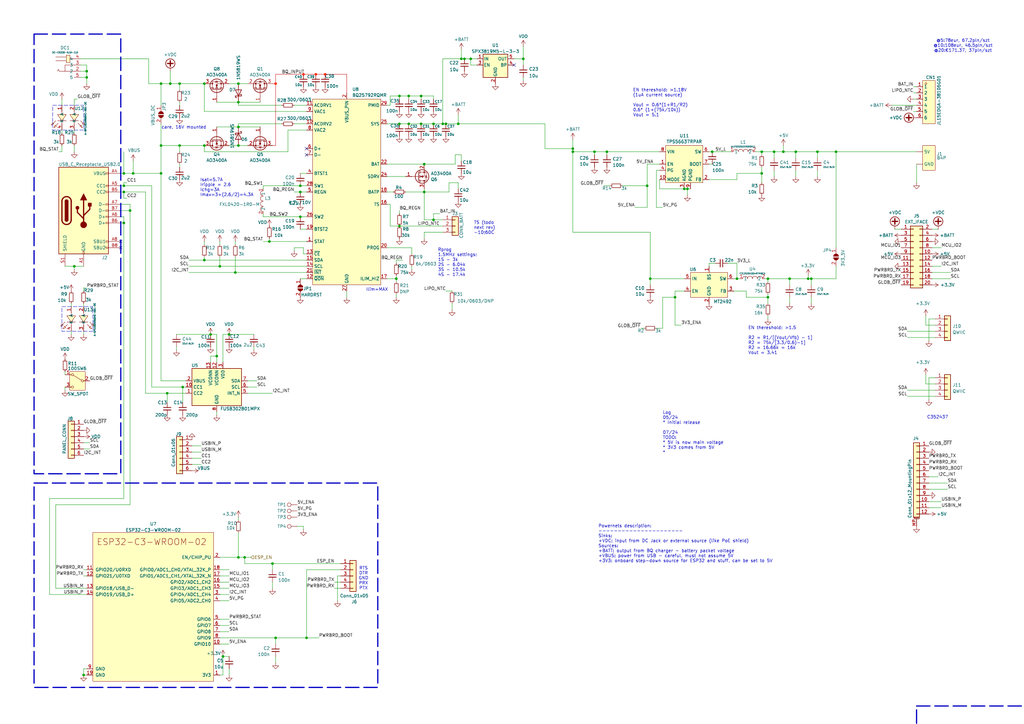
<source format=kicad_sch>
(kicad_sch (version 20231120) (generator "eeschema") (generator_version "8.0")
  (paper "A3")
  (junction (at 425.45 182.88))
  (junction (at 91.44 269.24))
  (junction (at 193.04 24.13))
  (junction (at 173.99 78.74))
  (junction (at 86.36 137.16))
  (junction (at 35.56 31.75))
  (junction (at 34.29 276.86))
  (junction (at 167.64 50.8))
  (junction (at 30.48 109.22))
  (junction (at 123.19 88.9))
  (junction (at 189.23 24.13))
  (junction (at 97.79 52.07))
  (junction (at 123.19 76.2))
  (junction (at 281.94 77.47))
  (junction (at 97.79 59.69))
  (junction (at 125.73 261.62))
  (junction (at 335.28 62.23))
  (junction (at 167.64 39.37))
  (junction (at 88.9 146.05))
  (junction (at 312.42 71.12))
  (junction (at 123.19 78.74))
  (junction (at 314.96 114.3))
  (junction (at 312.42 62.23))
  (junction (at 133.35 30.48) (color 255 34 11 1))
  (junction (at 93.98 137.16))
  (junction (at 172.72 50.8))
  (junction (at 97.79 228.6))
  (junction (at 163.83 39.37))
  (junction (at 90.17 109.22))
  (junction (at 177.8 50.8))
  (junction (at 302.26 114.3))
  (junction (at 83.82 59.69))
  (junction (at 317.5 62.23))
  (junction (at 162.56 114.3))
  (junction (at 113.03 261.62))
  (junction (at 73.66 34.29))
  (junction (at 326.39 62.23))
  (junction (at 292.1 62.23))
  (junction (at 182.88 50.8))
  (junction (at 54.61 71.12))
  (junction (at 50.8 91.44))
  (junction (at 69.85 34.29))
  (junction (at 323.85 114.3))
  (junction (at 172.72 39.37))
  (junction (at 321.31 62.23))
  (junction (at 68.58 161.29))
  (junction (at 248.92 62.23))
  (junction (at 332.74 114.3))
  (junction (at 234.95 62.23))
  (junction (at 50.8 78.74))
  (junction (at 280.67 77.47))
  (junction (at 124.46 30.48) (color 255 34 11 1))
  (junction (at 266.7 114.3))
  (junction (at 83.82 106.68))
  (junction (at 96.52 111.76))
  (junction (at 163.83 92.71))
  (junction (at 163.83 50.8))
  (junction (at 97.79 41.91))
  (junction (at 331.47 114.3))
  (junction (at 97.79 34.29))
  (junction (at 214.63 24.13))
  (junction (at 50.8 71.12))
  (junction (at 234.95 60.96))
  (junction (at 129.54 30.48) (color 255 34 11 1))
  (junction (at 110.49 99.06))
  (junction (at 243.84 62.23))
  (junction (at 173.99 67.31))
  (junction (at 66.04 59.69))
  (junction (at 190.5 24.13))
  (junction (at 66.04 34.29))
  (junction (at 187.96 50.8))
  (junction (at 265.43 76.2))
  (junction (at 73.66 59.69))
  (junction (at 53.34 86.36))
  (junction (at 113.03 34.29) (color 255 34 11 1))
  (junction (at 181.61 50.8))
  (junction (at 35.56 29.21))
  (junction (at 50.8 76.2))
  (junction (at 111.76 231.14))
  (junction (at 100.33 228.6))
  (junction (at 425.45 172.72))
  (junction (at 342.9 62.23))
  (junction (at 177.8 90.17))
  (junction (at 66.04 71.12))
  (junction (at 83.82 34.29))
  (junction (at 74.93 158.75))
  (junction (at 314.96 121.92))
  (junction (at 276.86 121.92))
  (junction (at 425.45 162.56))
  (no_connect (at 49.53 101.6))
  (no_connect (at 49.53 99.06))
  (no_connect (at 125.73 63.5))
  (no_connect (at 125.73 60.96))
  (no_connect (at 210.82 26.67))
  (wire (pts (xy 49.53 88.9) (xy 50.8 88.9)))
  (wire (pts (xy 379.73 157.48) (xy 379.73 153.67)))
  (wire (pts (xy 375.92 74.93) (xy 375.92 67.31)))
  (wire (pts (xy 167.64 50.8) (xy 172.72 50.8)))
  (wire (pts (xy 90.17 276.86) (xy 91.44 276.86)))
  (wire (pts (xy 313.69 114.3) (xy 314.96 114.3)))
  (wire (pts (xy 187.96 50.8) (xy 223.52 50.8)))
  (wire (pts (xy 125.73 109.22) (xy 90.17 109.22)))
  (wire (pts (xy 234.95 60.96) (xy 234.95 62.23)))
  (wire (pts (xy 214.63 24.13) (xy 214.63 19.05)))
  (wire (pts (xy 165.1 106.68) (xy 162.56 106.68)))
  (wire (pts (xy 62.23 76.2) (xy 62.23 158.75)))
  (wire (pts (xy 111.76 59.69) (xy 113.03 59.69)) (stroke (width 0) (color 194 0 0 1)))
  (wire (pts (xy 158.75 78.74) (xy 161.29 78.74)))
  (wire (pts (xy 97.79 50.8) (xy 97.79 52.07)))
  (wire (pts (xy 82.55 185.42) (xy 78.74 185.42)))
  (wire (pts (xy 276.86 121.92) (xy 276.86 133.35)))
  (wire (pts (xy 186.69 63.5) (xy 189.23 63.5)))
  (wire (pts (xy 317.5 62.23) (xy 317.5 64.77)))
  (wire (pts (xy 321.31 62.23) (xy 317.5 62.23)))
  (wire (pts (xy 25.4 43.18) (xy 25.4 40.64)))
  (wire (pts (xy 100.33 231.14) (xy 111.76 231.14)))
  (wire (pts (xy 66.04 59.69) (xy 66.04 71.12)))
  (wire (pts (xy 312.42 62.23) (xy 312.42 63.5)))
  (wire (pts (xy 300.99 119.38) (xy 306.07 119.38)))
  (wire (pts (xy 193.04 24.13) (xy 193.04 26.67)))
  (wire (pts (xy 369.57 93.98) (xy 367.03 93.98)))
  (wire (pts (xy 50.8 91.44) (xy 50.8 204.47)))
  (wire (pts (xy 167.64 39.37) (xy 172.72 39.37)))
  (wire (pts (xy 54.61 66.04) (xy 54.61 71.12)))
  (wire (pts (xy 173.99 90.17) (xy 177.8 90.17)))
  (wire (pts (xy 332.74 114.3) (xy 332.74 116.84)))
  (wire (pts (xy 26.67 160.02) (xy 26.67 158.75)))
  (wire (pts (xy 107.95 88.9) (xy 123.19 88.9)))
  (wire (pts (xy 162.56 114.3) (xy 162.56 115.57)))
  (wire (pts (xy 123.19 76.2) (xy 107.95 76.2)))
  (wire (pts (xy 195.58 26.67) (xy 193.04 26.67)))
  (wire (pts (xy 381 195.58) (xy 384.81 195.58)))
  (wire (pts (xy 276.86 119.38) (xy 276.86 121.92)))
  (wire (pts (xy 49.53 83.82) (xy 53.34 83.82)))
  (wire (pts (xy 93.98 238.76) (xy 90.17 238.76)))
  (wire (pts (xy 30.48 40.64) (xy 30.48 43.18)))
  (wire (pts (xy 30.48 109.22) (xy 30.48 110.49)))
  (wire (pts (xy 312.42 71.12) (xy 302.26 71.12)))
  (wire (pts (xy 374.65 35.56) (xy 375.92 35.56)))
  (wire (pts (xy 77.47 111.76) (xy 96.52 111.76)))
  (wire (pts (xy 20.32 204.47) (xy 50.8 204.47)))
  (wire (pts (xy 35.56 31.75) (xy 35.56 29.21)))
  (wire (pts (xy 266.7 114.3) (xy 266.7 116.84)))
  (wire (pts (xy 302.26 114.3) (xy 303.53 114.3)))
  (wire (pts (xy 59.69 78.74) (xy 50.8 78.74)))
  (wire (pts (xy 381 208.28) (xy 386.08 208.28)))
  (wire (pts (xy 270.51 73.66) (xy 270.51 77.47)))
  (wire (pts (xy 163.83 92.71) (xy 181.61 92.71)))
  (wire (pts (xy 124.46 30.48) (xy 129.54 30.48)) (stroke (width 0) (color 194 0 0 1)))
  (wire (pts (xy 137.16 238.76) (xy 139.7 238.76)))
  (wire (pts (xy 110.49 99.06) (xy 125.73 99.06)))
  (wire (pts (xy 302.26 71.12) (xy 302.26 73.66)))
  (wire (pts (xy 25.4 59.69) (xy 25.4 62.23)))
  (wire (pts (xy 73.66 41.91) (xy 73.66 43.18)))
  (wire (pts (xy 50.8 76.2) (xy 49.53 76.2)))
  (wire (pts (xy 160.02 39.37) (xy 163.83 39.37)))
  (wire (pts (xy 59.69 78.74) (xy 59.69 161.29)))
  (wire (pts (xy 110.49 97.79) (xy 110.49 99.06)))
  (wire (pts (xy 332.74 114.3) (xy 342.9 114.3)))
  (wire (pts (xy 365.76 43.18) (xy 375.92 43.18)))
  (wire (pts (xy 93.98 34.29) (xy 97.79 34.29)))
  (wire (pts (xy 372.11 135.89) (xy 383.54 135.89)))
  (wire (pts (xy 182.88 50.8) (xy 187.96 50.8)))
  (wire (pts (xy 111.76 238.76) (xy 111.76 241.3)))
  (wire (pts (xy 35.56 26.67) (xy 35.56 29.21)))
  (wire (pts (xy 181.61 50.8) (xy 181.61 24.13)))
  (wire (pts (xy 383.54 133.35) (xy 379.73 133.35)))
  (wire (pts (xy 97.79 228.6) (xy 100.33 228.6)))
  (wire (pts (xy 101.6 156.21) (xy 105.41 156.21)))
  (wire (pts (xy 91.44 137.16) (xy 91.44 148.59)))
  (wire (pts (xy 142.24 119.38) (xy 142.24 121.92)))
  (wire (pts (xy 53.34 83.82) (xy 53.34 86.36)))
  (wire (pts (xy 298.45 107.95) (xy 302.26 107.95)))
  (wire (pts (xy 83.82 99.06) (xy 83.82 100.33)))
  (wire (pts (xy 104.14 143.51) (xy 104.14 142.24)))
  (wire (pts (xy 177.8 39.37) (xy 177.8 40.64)))
  (wire (pts (xy 181.61 24.13) (xy 189.23 24.13)))
  (wire (pts (xy 270.51 67.31) (xy 265.43 67.31)))
  (wire (pts (xy 34.29 276.86) (xy 35.56 276.86)))
  (wire (pts (xy 97.79 50.8) (xy 115.57 50.8)))
  (wire (pts (xy 125.73 106.68) (xy 83.82 106.68)))
  (wire (pts (xy 312.42 62.23) (xy 317.5 62.23)))
  (wire (pts (xy 123.19 71.12) (xy 125.73 71.12)))
  (wire (pts (xy 69.85 34.29) (xy 73.66 34.29)))
  (wire (pts (xy 90.17 109.22) (xy 77.47 109.22)))
  (wire (pts (xy 317.5 72.39) (xy 317.5 69.85)))
  (wire (pts (xy 24.13 62.23) (xy 25.4 62.23)))
  (wire (pts (xy 331.47 114.3) (xy 332.74 114.3)))
  (wire (pts (xy 167.64 39.37) (xy 167.64 40.64)))
  (wire (pts (xy 266.7 95.25) (xy 266.7 114.3)))
  (wire (pts (xy 269.24 69.85) (xy 269.24 85.09)))
  (wire (pts (xy 124.46 104.14) (xy 124.46 101.6)))
  (wire (pts (xy 214.63 31.75) (xy 214.63 33.02)))
  (wire (pts (xy 88.9 146.05) (xy 88.9 148.59)))
  (wire (pts (xy 374.65 40.64) (xy 375.92 40.64)))
  (wire (pts (xy 120.65 50.8) (xy 125.73 50.8)))
  (wire (pts (xy 173.99 77.47) (xy 173.99 78.74)))
  (wire (pts (xy 86.36 146.05) (xy 86.36 148.59)))
  (wire (pts (xy 306.07 121.92) (xy 306.07 119.38)))
  (wire (pts (xy 90.17 228.6) (xy 97.79 228.6)))
  (wire (pts (xy 234.95 62.23) (xy 234.95 95.25)))
  (wire (pts (xy 83.82 106.68) (xy 77.47 106.68)))
  (wire (pts (xy 90.17 99.06) (xy 90.17 100.33)))
  (wire (pts (xy 111.76 231.14) (xy 139.7 231.14)))
  (wire (pts (xy 107.95 87.63) (xy 107.95 88.9)))
  (wire (pts (xy 186.69 67.31) (xy 186.69 63.5)))
  (wire (pts (xy 50.8 71.12) (xy 49.53 71.12)))
  (wire (pts (xy 160.02 43.18) (xy 160.02 39.37)))
  (wire (pts (xy 97.79 41.91) (xy 106.68 41.91)))
  (wire (pts (xy 125.73 261.62) (xy 130.81 261.62)))
  (wire (pts (xy 20.32 243.84) (xy 35.56 243.84)))
  (wire (pts (xy 69.85 29.21) (xy 69.85 34.29)))
  (wire (pts (xy 382.27 111.76) (xy 389.89 111.76)))
  (wire (pts (xy 101.6 161.29) (xy 111.76 161.29)))
  (wire (pts (xy 266.7 114.3) (xy 280.67 114.3)))
  (wire (pts (xy 189.23 20.32) (xy 189.23 24.13)))
  (wire (pts (xy 381 130.81) (xy 383.54 130.81)))
  (wire (pts (xy 60.96 24.13) (xy 60.96 34.29)))
  (wire (pts (xy 172.72 39.37) (xy 177.8 39.37)))
  (wire (pts (xy 73.66 34.29) (xy 83.82 34.29)))
  (wire (pts (xy 125.73 53.34) (xy 118.11 53.34)))
  (wire (pts (xy 182.88 119.38) (xy 185.42 119.38)))
  (wire (pts (xy 335.28 62.23) (xy 335.28 64.77)))
  (wire (pts (xy 93.98 254) (xy 90.17 254)))
  (wire (pts (xy 243.84 62.23) (xy 243.84 63.5)))
  (wire (pts (xy 29.21 125.73) (xy 29.21 124.46)))
  (wire (pts (xy 88.9 137.16) (xy 88.9 146.05)))
  (wire (pts (xy 384.81 93.98) (xy 382.27 93.98)))
  (wire (pts (xy 97.79 34.29) (xy 101.6 34.29)))
  (wire (pts (xy 314.96 121.92) (xy 314.96 124.46)))
  (wire (pts (xy 292.1 62.23) (xy 290.83 62.23)))
  (wire (pts (xy 269.24 134.62) (xy 271.78 134.62)))
  (wire (pts (xy 93.98 259.08) (xy 90.17 259.08)))
  (wire (pts (xy 22.86 207.01) (xy 22.86 241.3)))
  (wire (pts (xy 60.96 34.29) (xy 66.04 34.29)))
  (wire (pts (xy 93.98 243.84) (xy 90.17 243.84)))
  (wire (pts (xy 163.83 39.37) (xy 163.83 40.64)))
  (wire (pts (xy 50.8 91.44) (xy 50.8 88.9)))
  (wire (pts (xy 187.96 46.99) (xy 187.96 50.8)))
  (wire (pts (xy 248.92 62.23) (xy 270.51 62.23)))
  (wire (pts (xy 271.78 134.62) (xy 271.78 121.92)))
  (wire (pts (xy 73.66 67.31) (xy 73.66 68.58)))
  (wire (pts (xy 326.39 72.39) (xy 326.39 69.85)))
  (wire (pts (xy 133.35 30.48) (xy 142.24 30.48)) (stroke (width 0) (color 194 0 0 1)))
  (wire (pts (xy 66.04 59.69) (xy 73.66 59.69)))
  (wire (pts (xy 372.11 138.43) (xy 383.54 138.43)))
  (wire (pts (xy 290.83 109.22) (xy 290.83 107.95)))
  (wire (pts (xy 74.93 158.75) (xy 76.2 158.75)))
  (wire (pts (xy 247.65 76.2) (xy 250.19 76.2)))
  (wire (pts (xy 50.8 74.93) (xy 52.07 74.93)))
  (wire (pts (xy 22.86 241.3) (xy 35.56 241.3)))
  (wire (pts (xy 163.83 50.8) (xy 167.64 50.8)))
  (wire (pts (xy 82.55 190.5) (xy 78.74 190.5)))
  (wire (pts (xy 312.42 68.58) (xy 312.42 71.12)))
  (wire (pts (xy 335.28 72.39) (xy 335.28 69.85)))
  (wire (pts (xy 290.83 67.31) (xy 292.1 67.31)))
  (wire (pts (xy 142.24 30.48) (xy 142.24 38.1)) (stroke (width 0) (color 194 0 0 1)))
  (wire (pts (xy 93.98 233.68) (xy 90.17 233.68)))
  (wire (pts (xy 270.51 77.47) (xy 280.67 77.47)))
  (wire (pts (xy 163.83 39.37) (xy 167.64 39.37)))
  (wire (pts (xy 73.66 59.69) (xy 83.82 59.69)))
  (wire (pts (xy 248.92 62.23) (xy 248.92 63.5)))
  (wire (pts (xy 326.39 62.23) (xy 326.39 64.77)))
  (wire (pts (xy 214.63 24.13) (xy 214.63 26.67)))
  (wire (pts (xy 66.04 34.29) (xy 66.04 43.18)))
  (wire (pts (xy 33.02 24.13) (xy 60.96 24.13)))
  (wire (pts (xy 74.93 158.75) (xy 74.93 165.1)))
  (wire (pts (xy 381 205.74) (xy 386.08 205.74)))
  (wire (pts (xy 342.9 62.23) (xy 375.92 62.23)))
  (wire (pts (xy 53.34 207.01) (xy 22.86 207.01)))
  (wire (pts (xy 113.03 269.24) (xy 113.03 271.78)))
  (wire (pts (xy 162.56 120.65) (xy 162.56 121.92)))
  (wire (pts (xy 49.53 86.36) (xy 53.34 86.36)))
  (wire (pts (xy 35.56 118.11) (xy 34.29 118.11)))
  (wire (pts (xy 379.73 133.35) (xy 379.73 129.54)))
  (wire (pts (xy 314.96 120.65) (xy 314.96 121.92)))
  (wire (pts (xy 36.83 184.15) (xy 34.29 184.15)))
  (wire (pts (xy 93.98 274.32) (xy 93.98 276.86)))
  (wire (pts (xy 210.82 24.13) (xy 214.63 24.13)))
  (wire (pts (xy 72.39 143.51) (xy 72.39 142.24)))
  (wire (pts (xy 172.72 50.8) (xy 177.8 50.8)))
  (wire (pts (xy 276.86 133.35) (xy 279.4 133.35)))
  (wire (pts (xy 34.29 274.32) (xy 35.56 274.32)))
  (wire (pts (xy 177.8 90.17) (xy 177.8 87.63)))
  (wire (pts (xy 312.42 71.12) (xy 312.42 74.93)))
  (wire (pts (xy 173.99 95.25) (xy 181.61 95.25)))
  (wire (pts (xy 50.8 62.23) (xy 50.8 71.12)))
  (wire (pts (xy 97.79 218.44) (xy 97.79 228.6)))
  (wire (pts (xy 93.98 256.54) (xy 90.17 256.54)))
  (wire (pts (xy 100.33 228.6) (xy 102.87 228.6)))
  (wire (pts (xy 83.82 105.41) (xy 83.82 106.68)))
  (wire (pts (xy 30.48 109.22) (xy 34.29 109.22)))
  (wire (pts (xy 54.61 71.12) (xy 66.04 71.12)))
  (wire (pts (xy 125.73 233.68) (xy 139.7 233.68)))
  (wire (pts (xy 118.11 62.23) (xy 83.82 62.23)))
  (wire (pts (xy 187.96 77.47) (xy 187.96 74.93)))
  (wire (pts (xy 120.65 101.6) (xy 120.65 102.87)))
  (wire (pts (xy 123.19 114.3) (xy 125.73 114.3)))
  (wire (pts (xy 76.2 156.21) (xy 66.04 156.21)))
  (wire (pts (xy 173.99 78.74) (xy 173.99 90.17)))
  (wire (pts (xy 374.65 38.1) (xy 375.92 38.1)))
  (wire (pts (xy 383.54 157.48) (xy 379.73 157.48)))
  (wire (pts (xy 160.02 92.71) (xy 163.83 92.71)))
  (wire (pts (xy 184.15 78.74) (xy 184.15 74.93)))
  (wire (pts (xy 162.56 106.68) (xy 162.56 107.95)))
  (wire (pts (xy 314.96 129.54) (xy 314.96 130.81)))
  (wire (pts (xy 90.17 261.62) (xy 113.03 261.62)))
  (wire (pts (xy 73.66 59.69) (xy 73.66 62.23)))
  (wire (pts (xy 189.23 24.13) (xy 190.5 24.13)))
  (wire (pts (xy 33.02 26.67) (xy 35.56 26.67)))
  (wire (pts (xy 386.08 101.6) (xy 382.27 101.6)))
  (wire (pts (xy 101.6 158.75) (xy 105.41 158.75)))
  (wire (pts (xy 82.55 182.88) (xy 78.74 182.88)))
  (wire (pts (xy 306.07 121.92) (xy 314.96 121.92)))
  (wire (pts (xy 382.27 109.22) (xy 386.08 109.22)))
  (wire (pts (xy 107.95 99.06) (xy 110.49 99.06)))
  (wire (pts (xy 88.9 168.91) (xy 88.9 170.18)))
  (wire (pts (xy 91.44 269.24) (xy 93.98 269.24)))
  (wire (pts (xy 260.35 85.09) (xy 265.43 85.09)))
  (wire (pts (xy 93.98 264.16) (xy 90.17 264.16)))
  (wire (pts (xy 93.98 241.3) (xy 90.17 241.3)))
  (wire (pts (xy 26.67 152.4) (xy 26.67 153.67)))
  (wire (pts (xy 281.94 77.47) (xy 283.21 77.47)))
  (wire (pts (xy 50.8 78.74) (xy 50.8 81.28)))
  (wire (pts (xy 158.75 114.3) (xy 162.56 114.3)))
  (wire (pts (xy 243.84 62.23) (xy 248.92 62.23)))
  (wire (pts (xy 193.04 24.13) (xy 195.58 24.13)))
  (wire (pts (xy 34.29 236.22) (xy 35.56 236.22)))
  (wire (pts (xy 66.04 50.8) (xy 66.04 59.69)))
  (wire (pts (xy 59.69 161.29) (xy 68.58 161.29)))
  (wire (pts (xy 173.99 78.74) (xy 184.15 78.74)))
  (wire (pts (xy 72.39 137.16) (xy 86.36 137.16)))
  (wire (pts (xy 138.43 236.22) (xy 138.43 246.38)))
  (wire (pts (xy 321.31 59.69) (xy 321.31 62.23)))
  (wire (pts (xy 29.21 137.16) (xy 29.21 135.89)))
  (wire (pts (xy 125.73 104.14) (xy 124.46 104.14)))
  (wire (pts (xy 381 139.7) (xy 381 130.81)))
  (wire (pts (xy 314.96 114.3) (xy 323.85 114.3)))
  (wire (pts (xy 66.04 34.29) (xy 69.85 34.29)))
  (wire (pts (xy 97.79 212.09) (xy 97.79 213.36)))
  (wire (pts (xy 111.76 231.14) (xy 111.76 233.68)))
  (wire (pts (xy 35.56 34.29) (xy 35.56 31.75)))
  (wire (pts (xy 190.5 24.13) (xy 193.04 24.13)))
  (wire (pts (xy 372.11 160.02) (xy 383.54 160.02)))
  (wire (pts (xy 262.89 134.62) (xy 264.16 134.62)))
  (wire (pts (xy 223.52 60.96) (xy 234.95 60.96)))
  (wire (pts (xy 265.43 76.2) (xy 265.43 85.09)))
  (wire (pts (xy 168.91 109.22) (xy 168.91 110.49)))
  (wire (pts (xy 223.52 50.8) (xy 223.52 60.96)))
  (wire (pts (xy 280.67 77.47) (xy 281.94 77.47)))
  (wire (pts (xy 86.36 137.16) (xy 88.9 137.16)))
  (wire (pts (xy 309.88 62.23) (xy 312.42 62.23)))
  (wire (pts (xy 139.7 236.22) (xy 138.43 236.22)))
  (wire (pts (xy 162.56 113.03) (xy 162.56 114.3)))
  (wire (pts (xy 381 163.83) (xy 381 154.94)))
  (wire (pts (xy 113.03 261.62) (xy 125.73 261.62)))
  (wire (pts (xy 158.75 72.39) (xy 166.37 72.39)))
  (wire (pts (xy 90.17 105.41) (xy 90.17 109.22)))
  (wire (pts (xy 173.99 95.25) (xy 173.99 97.79)))
  (wire (pts (xy 113.03 30.48) (xy 113.03 34.29)) (stroke (width 0) (color 194 0 0 1)))
  (wire (pts (xy 68.58 161.29) (xy 76.2 161.29)))
  (wire (pts (xy 125.73 261.62) (xy 125.73 233.68)))
  (wire (pts (xy 314.96 114.3) (xy 314.96 115.57)))
  (wire (pts (xy 234.95 95.25) (xy 266.7 95.25)))
  (wire (pts (xy 33.02 31.75) (xy 35.56 31.75)))
  (wire (pts (xy 281.94 77.47) (xy 281.94 80.01)))
  (wire (pts (xy 49.53 91.44) (xy 50.8 91.44)))
  (wire (pts (xy 166.37 78.74) (xy 173.99 78.74)))
  (wire (pts (xy 381 200.66) (xy 388.62 200.66)))
  (wire (pts (xy 234.95 62.23) (xy 243.84 62.23)))
  (wire (pts (xy 381 198.12) (xy 388.62 198.12)))
  (wire (pts (xy 299.72 62.23) (xy 292.1 62.23)))
  (wire (pts (xy 66.04 71.12) (xy 66.04 156.21)))
  (wire (pts (xy 30.48 53.34) (xy 30.48 54.61)))
  (wire (pts (xy 234.95 57.15) (xy 234.95 60.96)))
  (wire (pts (xy 35.56 29.21) (xy 33.02 29.21)))
  (wire (pts (xy 97.79 41.91) (xy 97.79 43.18)))
  (wire (pts (xy 189.23 66.04) (xy 189.23 63.5)))
  (wire (pts (xy 160.02 83.82) (xy 160.02 92.71)))
  (wire (pts (xy 20.32 204.47) (xy 20.32 243.84)))
  (wire (pts (xy 30.48 59.69) (xy 30.48 62.23)))
  (wire (pts (xy 425.45 152.4) (xy 425.45 162.56)))
  (wire (pts (xy 111.76 34.29) (xy 113.03 34.29)) (stroke (width 0) (color 194 0 0 1)))
  (wire (pts (xy 118.11 53.34) (xy 118.11 62.23)))
  (wire (pts (xy 374.65 45.72) (xy 375.92 45.72)))
  (wire (pts (xy 100.33 231.14) (xy 100.33 228.6)))
  (wire (pts (xy 185.42 124.46) (xy 185.42 127)))
  (wire (pts (xy 177.8 90.17) (xy 181.61 90.17)))
  (wire (pts (xy 83.82 34.29) (xy 83.82 45.72)))
  (wire (pts (xy 120.65 78.74) (xy 123.19 78.74)))
  (wire (pts (xy 323.85 114.3) (xy 331.47 114.3)))
  (wire (pts (xy 172.72 39.37) (xy 172.72 40.64)))
  (wire (pts (xy 34.29 233.68) (xy 35.56 233.68)))
  (wire (pts (xy 382.27 114.3) (xy 389.89 114.3)))
  (wire (pts (xy 25.4 54.61) (xy 25.4 53.34)))
  (wire (pts (xy 54.61 71.12) (xy 50.8 71.12)))
  (wire (pts (xy 124.46 215.9) (xy 121.92 215.9)))
  (wire (pts (xy 50.8 76.2) (xy 50.8 74.93)))
  (wire (pts (xy 62.23 158.75) (xy 74.93 158.75)))
  (wire (pts (xy 113.03 30.48) (xy 124.46 30.48)) (stroke (width 0) (color 194 0 0 1)))
  (wire (pts (xy 26.67 109.22) (xy 30.48 109.22)))
  (wire (pts (xy 168.91 101.6) (xy 168.91 104.14)))
  (wire (pts (xy 342.9 109.22) (xy 342.9 114.3)))
  (wire (pts (xy 323.85 114.3) (xy 323.85 116.84)))
  (wire (pts (xy 123.19 93.98) (xy 125.73 93.98)))
  (wire (pts (xy 125.73 76.2) (xy 123.19 76.2)))
  (wire (pts (xy 62.23 76.2) (xy 50.8 76.2)))
  (wire (pts (xy 342.9 62.23) (xy 342.9 101.6)))
  (wire (pts (xy 276.86 119.38) (xy 280.67 119.38)))
  (wire (pts (xy 129.54 30.48) (xy 133.35 30.48)) (stroke (width 0) (color 194 0 0 1)))
  (wire (pts (xy 31.75 40.64) (xy 30.48 40.64)))
  (wire (pts (xy 177.8 87.63) (xy 180.34 87.63)))
  (wire (pts (xy 34.29 124.46) (xy 34.29 125.73)))
  (wire (pts (xy 331.47 113.03) (xy 331.47 114.3)))
  (wire (pts (xy 97.79 52.07) (xy 106.68 52.07)))
  (wire (pts (xy 93.98 236.22) (xy 90.17 236.22)))
  (wire (pts (xy 269.24 85.09) (xy 271.78 85.09)))
  (wire (pts (xy 68.58 161.29) (xy 68.58 165.1)))
  (wire (pts (xy 173.99 67.31) (xy 186.69 67.31)))
  (wire (pts (xy 83.82 45.72) (xy 125.73 45.72)))
  (wire (pts (xy 158.75 101.6) (xy 168.91 101.6)))
  (wire (pts (xy 34.29 118.11) (xy 34.29 119.38)))
  (wire (pts (xy 93.98 59.69) (xy 97.79 59.69)))
  (wire (pts (xy 73.66 34.29) (xy 73.66 36.83)))
  (wire (pts (xy 181.61 50.8) (xy 182.88 50.8)))
  (wire (pts (xy 93.98 246.38) (xy 90.17 246.38)))
  (wire (pts (xy 158.75 43.18) (xy 160.02 43.18)))
  (wire (pts (xy 425.45 162.56) (xy 425.45 172.72)))
  (wire (pts (xy 177.8 50.8) (xy 181.61 50.8)))
  (wire (pts (xy 107.95 76.2) (xy 107.95 77.47)))
  (wire (pts (xy 163.83 87.63) (xy 163.83 86.36)))
  (wire (pts (xy 158.75 50.8) (xy 163.83 50.8)))
  (wire (pts (xy 91.44 269.24) (xy 91.44 276.86)))
  (wire (pts (xy 381 154.94) (xy 383.54 154.94)))
  (wire (pts (xy 88.9 41.91) (xy 97.79 41.91)))
  (wire (pts (xy 290.83 107.95) (xy 293.37 107.95)))
  (wire (pts (xy 332.74 124.46) (xy 332.74 121.92)))
  (wire (pts (xy 372.11 162.56) (xy 383.54 162.56)))
  (wire (pts (xy 123.19 78.74) (xy 125.73 78.74)))
  (wire (pts (xy 255.27 76.2) (xy 265.43 76.2)))
  (wire (pts (xy 335.28 62.23) (xy 342.9 62.23)))
  (wire (pts (xy 158.75 67.31) (xy 173.99 67.31)))
  (wire (pts (xy 184.15 74.93) (xy 187.96 74.93)))
  (wire (pts (xy 34.29 135.89) (xy 34.29 137.16)))
  (wire (pts (xy 53.34 86.36) (xy 53.34 207.01)))
  (wire (pts (xy 123.19 88.9) (xy 125.73 88.9)))
  (wire (pts (xy 93.98 137.16) (xy 104.14 137.16)))
  (wire (pts (xy 158.75 83.82) (xy 160.02 83.82)))
  (wire (pts (xy 326.39 62.23) (xy 335.28 62.23)))
  (wire (pts (xy 97.79 43.18) (xy 115.57 43.18)))
  (wire (pts (xy 302.26 107.95) (xy 302.26 114.3)))
  (wire (pts (xy 50.8 81.28) (xy 52.07 81.28)))
  (wire (pts (xy 321.31 62.23) (xy 326.39 62.23)))
  (wire (pts (xy 120.65 43.18) (xy 125.73 43.18)))
  (wire (pts (xy 96.52 105.41) (xy 96.52 111.76)))
  (wire (pts (xy 124.46 217.17) (xy 124.46 215.9)))
  (wire (pts (xy 96.52 99.06) (xy 96.52 100.33)))
  (wire (pts (xy 78.74 187.96) (xy 82.55 187.96)))
  (wire (pts (xy 34.29 276.86) (xy 34.29 274.32)))
  (wire (pts (xy 36.83 181.61) (xy 34.29 181.61)))
  (wire (pts (xy 96.52 111.76) (xy 125.73 111.76)))
  (wire (pts (xy 302.26 114.3) (xy 300.99 114.3)))
  (wire (pts (xy 97.79 59.69) (xy 101.6 59.69)))
  (wire (pts (xy 113.03 261.62) (xy 113.03 264.16)))
  (wire (pts (xy 137.16 241.3) (xy 139.7 241.3)))
  (wire (pts (xy 271.78 121.92) (xy 276.86 121.92)))
  (wire (pts (xy 425.45 182.88) (xy 425.45 189.23)))
  (wire (pts (xy 50.8 78.74) (xy 49.53 78.74)))
  (wire (pts (xy 269.24 69.85) (xy 270.51 69.85)))
  (wire (pts (xy 91.44 137.16) (xy 93.98 137.16)))
  (wire (pts (xy 124.46 101.6) (xy 120.65 101.6)))
  (wire (pts (xy 265.43 67.31) (xy 265.43 76.2)))
  (wire (pts (xy 323.85 124.46) (xy 323.85 121.92)))
  (wire (pts (xy 83.82 59.69) (xy 83.82 62.23)))
  (wire (pts (xy 88.9 52.07) (xy 97.79 52.07)))
  (wire (pts (xy 113.03 34.29) (xy 113.03 59.69)) (stroke (width 0) (color 194 0 0 1)))
  (wire (pts (xy 86.36 146.05) (xy 88.9 146.05)))
  (wire (pts (xy 290.83 73.66) (xy 302.26 73.66)))
  (wire (pts (xy 425.45 172.72) (xy 425.45 182.88)))
  (rectangle (start 13.97 198.12) (end 154.94 281.94) (stroke (width 0.5) (type dash)))
  (rectangle (start 25.4 125.73) (end 38.1 135.89) (stroke (width 0) (type dash)))
  (rectangle (start 21.59 43.18) (end 34.29 53.34) (stroke (width 0) (type dash)))
  (rectangle (start 13.97 13.97) (end 49.53 194.31) (stroke (width 0.5) (type dash)))
  (rectangle (start 375.92 289.56) (end 516.89 373.38) (stroke (width 0.5) (type dash)))
  (text "C2908435" (at 494.538 180.34 0) (effects (font (size 1.27 1.27))))
  (text "C69810" (at 473.456 179.07 0) (effects (font (size 1.27 1.27))))
  (text "Log\n05/24\n* Initial release\n\n07/24\nTODO:\n* 5V is now main voltage\n* 3V3 comes from 5V\n* " (at 271.78 177.546 0) (effects (font (size 1.27 1.27)) (justify left)))
  (text "RTS\nDTR\nGND\nPRX\nPTX" (at 149.098 237.236 0) (effects (font (size 1.27 1.27))))
  (text "EN thereshold: >1.18V\n(1uA current source)\n\nVout = 0.6*(1+R1/R2)\n0.6* (1+(75k/10k))\nVout = 5.1" (at 259.588 42.164 0) (effects (font (size 1.27 1.27)) (justify left)))
  (text "EN thereshold: >1.5\n\nR2 = R1/[(Vout/Vfb) - 1]\nR2 = 75k/[3.3/0.6)-1]\nR2 = 16.66k = 16k\nVout = 3.41" (at 306.832 139.7 0) (effects (font (size 1.27 1.27)) (justify left)))
  (text "C157919" (at 439.674 221.742 0) (effects (font (size 1.27 1.27))))
  (text "Isat=5.7A\nIripple = 2.6\nIchg=3A\nImax=3+(2.6/2)=4.3A" (at 82.042 76.962 0) (effects (font (size 1.27 1.27)) (justify left)))
  (text "Powernets description:\n----------------------\nSinks:\n+VDC: input from DC Jack or external source (like PoE shield)\nSources:\n+BATT: output from BQ charger - battery packet voltage\n+VBUS: power from USB - careful, must not assume 5V\n+3V3: onboard step-down source for ESP32 and stuff, can be set to 5V\n" (at 245.364 223.012 0) (effects (font (size 1.27 1.27)) (justify left)))
  (text "Rprog\n1.5MHz settings:\n1S - 3k\n2S - 6.04k\n3S - 10.5k\n4S - 17.4k" (at 179.578 107.696 0) (effects (font (size 1.27 1.27)) (justify left)))
  (text "@5:78eur, 67.2pln/szt\n@10:108eur, 46.5pln/szt\n@20:€171.37, 37pln/szt" (at 394.97 18.796 0) (effects (font (size 1.27 1.27))))
  (text "Ilim=MAX" (at 150.114 118.872 0) (effects (font (size 1.27 1.27)) (justify left)))
  (text "care, 16V mounted" (at 75.438 52.324 0) (effects (font (size 1.27 1.27))))
  (text "TS (todo\nnext rev)\n-10;60C\n" (at 194.31 93.472 0) (effects (font (size 1.27 1.27)) (justify left)))
  (text "C352437" (at 384.556 171.196 0) (effects (font (size 1.27 1.27))))
  (label "PWRBRD_TX" (at 381 187.96 0))
  (label "5V_PG" (at 93.98 246.38 0))
  (label "3V3_ENA" (at 279.4 133.35 0))
  (label "5V_ENA" (at 260.35 85.09 180))
  (label "BQ_SW2" (at 110.49 88.9 0))
  (label "MCU_IO3" (at 93.98 241.3 0))
  (label "GLOB_~{OFF}" (at 381 182.88 0))
  (label "5V_PG" (at 121.92 209.55 0))
  (label "BQ_REGN" (at 165.1 106.68 180))
  (label "BQ_STAT" (at 24.13 62.23 180))
  (label "I2C_INT" (at 77.47 111.76 180))
  (label "LIPO_NTC" (at 180.34 92.71 180))
  (label "BAT_IN" (at 180.34 87.63 0))
  (label "GLOB_~{OFF}" (at 374.65 45.72 180))
  (label "PWRBRD_BOOT" (at 130.81 261.62 0))
  (label "PWRBRD_RX" (at 369.57 114.3 180))
  (label "I2C_INT" (at 34.29 186.69 0))
  (label "PWRBRD_STAT" (at 35.56 118.11 0))
  (label "GLOB_~{OFF}" (at 262.89 134.62 180))
  (label "GLOB_~{OFF}" (at 247.65 76.2 180))
  (label "LIPO_NTC" (at 374.65 38.1 180))
  (label "3V3_L" (at 302.2272 107.95 0))
  (label "SCL" (at 388.62 200.66 0))
  (label "I2C_INT" (at 93.98 243.84 0))
  (label "PWRBRD_RX" (at 137.16 241.3 180))
  (label "CC2" (at 52.07 81.28 0))
  (label "SCL" (at 77.47 109.22 180))
  (label "GLOB_~{OFF}" (at 369.57 116.84 180))
  (label "PWRBRD_STAT" (at 93.98 254 0))
  (label "USBIN_P" (at 34.29 243.84 180))
  (label "GLOB_~{OFF}" (at 31.75 40.64 0))
  (label "SDA" (at 77.47 106.68 180))
  (label "BQ_SW1" (at 107.95 76.2 180))
  (label "SCL" (at 372.11 138.43 180))
  (label "PWRBRD_TX" (at 137.16 238.76 180))
  (label "MCU_IO1" (at 93.98 236.22 0))
  (label "SDA" (at 389.89 111.76 0))
  (label "ESP_EN" (at 137.16 231.14 180))
  (label "MCU_IO2" (at 386.08 101.6 0))
  (label "MCU_IO2" (at 93.98 238.76 0))
  (label "SDA" (at 36.83 184.15 0))
  (label "SDA" (at 388.62 198.12 0))
  (label "BAT_IN" (at 374.65 35.56 180))
  (label "PWRBRD_RX" (at 34.29 233.68 180))
  (label "SCL" (at 389.89 114.3 0))
  (label "SCL" (at 36.83 181.61 0))
  (label "CC1" (at 82.55 187.96 0))
  (label "SDA" (at 105.41 156.21 0))
  (label "USBIN_P" (at 82.55 182.88 0))
  (label "5V_ENA" (at 93.98 264.16 0))
  (label "BQ_INPUT" (at 115.57 30.48 0))
  (label "PWRBRD_RX" (at 381 190.5 0))
  (label "SDA" (at 372.11 160.02 180))
  (label "PWRBRD_TX" (at 369.57 111.76 180))
  (label "PWRBRD_BOOT" (at 382.27 106.68 0))
  (label "GLOB_~{OFF}" (at 34.29 173.99 0))
  (label "BQ_REGN" (at 120.65 78.74 180))
  (label "BQ_STAT" (at 107.95 99.06 180))
  (label "GLOB_~{OFF}" (at 36.83 156.21 0))
  (label "SDA" (at 372.11 135.89 180))
  (label "CC1" (at 52.07 74.93 0))
  (label "USBIN_P" (at 386.08 205.74 0))
  (label "MCU_IO1" (at 369.57 101.6 180))
  (label "PWRBRD_TX" (at 34.29 236.22 180))
  (label "3V3_ENA" (at 121.92 212.09 0))
  (label "USBIN_M" (at 34.29 241.3 180))
  (label "SCL" (at 372.11 162.56 180))
  (label "SCL" (at 105.41 158.75 0))
  (label "5V_ENA" (at 267.97 67.31 180))
  (label "SDA" (at 93.98 259.08 0))
  (label "LIPO_NTC" (at 182.88 119.38 180))
  (label "BQ_REGN" (at 163.83 86.36 0))
  (label "5V_PG" (at 271.78 85.09 0))
  (label "I2C_INT" (at 386.08 109.22 0))
  (label "USBIN_M" (at 386.08 208.28 0))
  (label "CC2" (at 82.55 190.5 0))
  (label "USBIN_M" (at 82.55 185.42 0))
  (label "5V_L" (at 293.37 62.23 0))
  (label "MCU_IO3" (at 369.57 106.68 180))
  (label "I2C_INT" (at 384.81 195.58 0))
  (label "I2C_INT" (at 111.76 161.29 0))
  (label "5V_ENA" (at 121.92 207.01 0))
  (label "SCL" (at 93.98 256.54 0))
  (label "PWRBRD_BOOT" (at 381 193.04 0))
  (hierarchical_label "ESP_EN" (shape input) (at 102.87 228.6 0))
  (symbol (lib_id "power:GND") (at 332.74 124.46 0) (mirror y) (unit 1)
    (property "Reference" "#PWR053" (effects (hide yes)))
    (property "Value" "GND" (effects (hide yes)))
  )
  (symbol (lib_id "Transistor_FET:AO3400A") (at 88.9 57.15 90) (mirror x) (unit 1)
    (property "Reference" "Q4" (at 88.9 63.3151 90))
    (property "Value" "AO3400A" (at 88.9 65.7394 90))
    (property "Footprint" "Package_TO_SOT_SMD:SOT-23" (effects (hide yes)))
    (property "Datasheet" "http://www.aosmd.com/pdfs/datasheet/AO3400A.pdf" (effects (hide yes)))
    (property "Description" "30V Vds, 5.7A Id, N-Channel MOSFET, SOT-23" (effects (hide yes)))
  )
  (symbol (lib_name "SW_SPDT_1") (lib_id "Switch:SW_SPDT") (at 31.75 156.21 0) (mirror y) (unit 1)
    (property "Reference" "SW6" (at 33.528 151.13 0))
    (property "Value" "SW_SPDT" (at 32.004 161.544 0))
    (property "Footprint" "Button_Switch_THT:SW_Slide_SPDT_Angled_CK_OS102011MA1Q" (effects (hide yes)))
    (property "Description" "Switch, single pole double throw" (effects (hide yes)))
    (property "LCSC Part" "C393937" (effects (hide yes)))
  )
  (symbol (lib_id "Jumper:SolderJumper_2_Open") (at 66.04 46.99 90) (mirror x) (unit 1)
    (property "Reference" "JP3" (at 67.31 41.91 0) (effects (justify left)))
    (property "Value" "VBUS_DC" (at 62.738 42.926 0) (effects (justify left)))
    (property "Footprint" "Jumper:SolderJumper-2_P1.3mm_Open_TrianglePad1.0x1.5mm" (effects (hide yes)))
  )
  (symbol (lib_id "Device:R_Small") (at 29.21 121.92 0) (mirror x) (unit 1)
    (property "Reference" "R9" (at 26.2931 120.65 0))
    (property "Value" "10k" (at 25.4 123.19 0))
    (property "Footprint" "Resistor_SMD:R_0402_1005Metric" (effects (hide yes)))
  )
  (symbol (lib_id "Device:C_Small") (at 167.64 43.18 0) (mirror y) (unit 1)
    (property "Reference" "C34" (at 168.148 41.656 0) (effects (font (size 1 1)) (justify right)))
    (property "Value" "10u" (at 168.148 44.958 0) (effects (font (size 1 1)) (justify right)))
    (property "Footprint" "Capacitor_SMD:C_0603_1608Metric" (effects (hide yes)))
  )
  (symbol (lib_id "power:+3.3V") (at 382.27 116.84 270) (unit 1)
    (property "Reference" "#PWR06" (effects (hide yes)))
    (property "Value" "+3.3V" (at 388.62 116.84 90))
  )
  (symbol (lib_id "power:+3.3V") (at 91.44 269.24 0) (mirror y) (unit 1)
    (property "Reference" "#PWR075" (effects (hide yes)))
    (property "Value" "+3.3V" (at 87.63 267.97 0))
  )
  (symbol (lib_id "Device:R_Small") (at 97.79 215.9 180) (unit 1)
    (property "Reference" "R10" (at 95.25 214.63 0))
    (property "Value" "10k" (at 94.615 216.535 0))
    (property "Footprint" "Resistor_SMD:R_0402_1005Metric" (effects (hide yes)))
  )
  (symbol (lib_id "Device:R_Small") (at 312.42 77.47 0) (mirror x) (unit 1)
    (property "Reference" "R3" (at 309.5031 76.2 0))
    (property "Value" "10k" (at 308.61 78.74 0))
    (property "Footprint" "Resistor_SMD:R_0402_1005Metric" (effects (hide yes)))
  )
  (symbol (lib_id "Device:D_Schottky") (at 97.79 38.1 90) (unit 1)
    (property "Reference" "D7" (at 93.98 36.83 90) (effects (justify right)))
    (property "Value" "1N5819WS" (at 97.79 22.606 0) (effects (justify right)))
    (property "Footprint" "Diode_SMD:D_SOD-323" (effects (hide yes)))
    (property "LCSC Part" "C191023" (effects (hide yes)))
  )
  (symbol (lib_id "power:+3.3V") (at 379.73 129.54 0) (mirror y) (unit 1)
    (property "Reference" "#PWR085" (effects (hide yes)))
    (property "Value" "+3.3V" (at 378.46 124.46 0))
  )
  (symbol (lib_id "power:VDD") (at 90.17 99.06 0) (unit 1)
    (property "Reference" "#PWR020" (effects (hide yes)))
    (property "Value" "VDD" (at 90.17 94.9269 0))
    (property "Description" "Power symbol creates a global label with name \"VDD\"" (effects (hide yes)))
  )
  (symbol (lib_id "Regulator_Linear:SPX3819M5-L-3-3") (at 203.2 26.67 0) (unit 1)
    (property "Reference" "U1" (at 203.2 18.5252 0))
    (property "Value" "SPX3819M5-L-3-3" (at 203.2 21.0621 0))
    (property "Footprint" "Package_TO_SOT_SMD:SOT-23-5" (effects (hide yes)))
    (property "Datasheet" "https://www.exar.com/content/document.ashx?id=22106&languageid=1033&type=Datasheet&partnumber=SPX3819&filename=SPX3819.pdf&part=SPX3819" (effects (hide yes)))
  )
  (symbol (lib_id "Device:C_Small") (at 182.88 53.34 0) (mirror y) (unit 1)
    (property "Reference" "C37" (at 183.388 51.816 0) (effects (font (size 1 1)) (justify right)))
    (property "Value" "10u" (at 183.388 55.118 0) (effects (font (size 1 1)) (justify right)))
    (property "Footprint" "Capacitor_SMD:C_0603_1608Metric" (effects (hide yes)))
  )
  (symbol (lib_id "Device:C_Small") (at 104.14 139.7 0) (mirror y) (unit 1)
    (property "Reference" "C43" (at 104.902 141.732 0) (effects (justify right)))
    (property "Value" "2u2" (at 99.822 141.478 0) (effects (justify right)))
    (property "Footprint" "Capacitor_SMD:C_0603_1608Metric" (effects (hide yes)))
  )
  (symbol (lib_id "Device:R_Small") (at 90.17 102.87 180) (unit 1)
    (property "Reference" "R5" (at 92.71 101.6 0))
    (property "Value" "3k" (at 92.71 104.14 0))
    (property "Footprint" "Resistor_SMD:R_0402_1005Metric" (effects (hide yes)))
  )
  (symbol (lib_id "Connector_Generic:Conn_01x06") (at 73.66 185.42 0) (mirror y) (unit 1)
    (property "Reference" "J9" (at 74.422 178.054 0) (effects (justify left)))
    (property "Value" "Conn_01x06" (at 71.12 191.516 90) (effects (justify left)))
    (property "Footprint" "Connector_JST:JST_PH_S6B-PH-K_1x06_P2.00mm_Horizontal" (effects (hide yes)))
    (property "Description" "Generic connector, single row, 01x06, script generated (kicad-library-utils/schlib/autogen/connector/)" (effects (hide yes)))
  )
  (symbol (lib_id "Device:C_Small") (at 72.39 139.7 0) (mirror y) (unit 1)
    (property "Reference" "C44" (at 74.7141 139.0331 0) (effects (justify right)))
    (property "Value" "22uF/6.3V" (at 74.7141 140.9184 0) (effects (font (size 0.6 0.6)) (justify right)))
    (property "Footprint" "Capacitor_SMD:C_0603_1608Metric" (effects (hide yes)))
  )
  (symbol (lib_id "Connector_Generic:Conn_01x04") (at 388.62 133.35 0) (unit 1)
    (property "Reference" "J10" (at 390.652 133.7853 0) (effects (justify left)))
    (property "Value" "QWIIC" (at 390.652 136.3222 0) (effects (justify left)))
    (property "Footprint" "Connector_JST:JST_SH_SM04B-SRSS-TB_1x04-1MP_P1.00mm_Horizontal" (effects (hide yes)))
  )
  (symbol (lib_id "power:GND") (at 177.8 45.72 0) (mirror y) (unit 1)
    (property "Reference" "#PWR048" (effects (hide yes)))
    (property "Value" "GND" (effects (hide yes)))
  )
  (symbol (lib_id "easyeda2kicad:SMTSO3030CTJ") (at 427.99 162.56 0) (unit 1)
    (property "Reference" "U2" (at 433.705 161.3478 0) (effects (justify left)))
    (property "Value" "SMTSO3030CTJ" (at 433.705 163.7721 0) (effects (justify left)))
    (property "Footprint" "easyeda2kicad:SMD_BD5.6-D4.1" (effects (hide yes)))
    (property "LCSC Part" "C2915308" (effects (hide yes)))
  )
  (symbol (lib_id "Device:R_Small") (at 312.42 66.04 0) (mirror x) (unit 1)
    (property "Reference" "R1" (at 309.5031 64.77 0))
    (property "Value" "75k" (at 308.61 67.31 0))
    (property "Footprint" "Resistor_SMD:R_0402_1005Metric" (effects (hide yes)))
  )
  (symbol (lib_id "Transistor_FET:AO3400A") (at 171.45 72.39 0) (mirror x) (unit 1)
    (property "Reference" "Q6" (at 176.657 73.6022 0) (effects (justify left)))
    (property "Value" "AO3400A" (at 176.657 71.1779 0) (effects (justify left)))
    (property "Footprint" "Package_TO_SOT_SMD:SOT-23" (effects (hide yes)))
    (property "Datasheet" "http://www.aosmd.com/pdfs/datasheet/AO3400A.pdf" (effects (hide yes)))
    (property "Description" "30V Vds, 5.7A Id, N-Channel MOSFET, SOT-23" (effects (hide yes)))
  )
  (symbol (lib_id "easyeda2kicad:FTC252010S4R7MBCA") (at 308.61 114.3 0) (unit 1)
    (property "Reference" "U4" (at 308.61 110.2667 0))
    (property "Value" "FTC252010S4R7MBCA" (at 308.61 112.1924 0) (effects (font (size 0.65 0.65))))
    (property "Footprint" "easyeda2kicad:IND-SMD_L2.5-W2.0-VLS252012CX-150M" (effects (hide yes)))
    (property "LCSC Part" "C5832360" (effects (hide yes)))
  )
  (symbol (lib_id "power:GND") (at 173.99 97.79 0) (unit 1)
    (property "Reference" "#PWR047" (effects (hide yes)))
    (property "Value" "GND" (effects (hide yes)))
  )
  (symbol (lib_id "Device:C_Small") (at 124.46 33.02 0) (unit 1)
    (property "Reference" "C40" (at 123.952 31.496 0) (effects (font (size 1 1)) (justify right)))
    (property "Value" "10u" (at 123.952 34.798 0) (effects (font (size 1 1)) (justify right)))
    (property "Footprint" "Capacitor_SMD:C_0603_1608Metric" (effects (hide yes)))
  )
  (symbol (lib_id "power:VDD") (at 214.63 19.05 0) (unit 1)
    (property "Reference" "#PWR029" (effects (hide yes)))
    (property "Value" "VDD" (at 214.63 14.9169 0))
    (property "Description" "Power symbol creates a global label with name \"VDD\"" (effects (hide yes)))
  )
  (symbol (lib_id "easyeda2kicad:DC-C033D-5.5A-2.0") (at 27.94 26.67 0) (unit 1)
    (property "Reference" "DC1" (at 26.67 19.5899 0))
    (property "Value" "DC-C033D-5.5A-2.0" (at 26.67 21.5156 0) (effects (font (size 0.65 0.65))))
    (property "Footprint" "easyeda2kicad:DC-IN-TH_DC-C033D-5.5A-2.5" (effects (hide yes)))
    (property "LCSC Part" "C500113" (effects (hide yes)))
  )
  (symbol (lib_id "power:GND") (at 381 139.7 0) (unit 1)
    (property "Reference" "#PWR086" (effects (hide yes)))
    (property "Value" "GND" (effects (hide yes)))
  )
  (symbol (lib_id "power:VDD") (at 25.4 40.64 0) (unit 1)
    (property "Reference" "#PWR071" (effects (hide yes)))
    (property "Value" "VDD" (at 20.066 38.608 0) (effects (justify left)))
    (property "Description" "Power symbol creates a global label with name \"VDD\"" (effects (hide yes)))
  )
  (symbol (lib_id "Connector:TestPoint") (at 121.92 207.01 90) (unit 1)
    (property "Reference" "TP1" (at 115.57 207.01 90))
    (property "Value" "TestPoint" (effects (hide yes)))
    (property "Footprint" "TestPoint:TestPoint_Pad_D1.0mm" (effects (hide yes)))
    (property "Description" "test point" (effects (hide yes)))
  )
  (symbol (lib_id "Device:C_Small") (at 129.54 33.02 0) (unit 1)
    (property "Reference" "C39" (at 129.032 31.496 0) (effects (font (size 1 1)) (justify right)))
    (property "Value" "10u" (at 129.032 34.798 0) (effects (font (size 1 1)) (justify right)))
    (property "Footprint" "Capacitor_SMD:C_0603_1608Metric" (effects (hide yes)))
  )
  (symbol (lib_id "power:GND") (at 93.98 142.24 0) (unit 1)
    (property "Reference" "#PWR033" (effects (hide yes)))
    (property "Value" "GND" (effects (hide yes)))
  )
  (symbol (lib_id "Device:C_Small") (at 190.5 26.67 0) (mirror y) (unit 1)
    (property "Reference" "C22" (at 188.1759 25.7615 0) (effects (justify left)))
    (property "Value" "10u" (at 188.1759 28.5366 0) (effects (justify left)))
    (property "Footprint" "Capacitor_SMD:C_0603_1608Metric" (effects (hide yes)))
  )
  (symbol (lib_id "Critbit_lib:MATRIXPWR") (at 381 64.77 0) (unit 1)
    (property "Reference" "J1" (at 384.175 63.0886 0) (effects (justify left)))
    (property "Value" "B4P" (at 384.175 64.77 0) (effects (justify left)))
    (property "Footprint" "Critbit_lib:B4P_MATRIXPWR" (effects (hide yes)))
  )
  (symbol (lib_id "Device:C_Small") (at 189.23 68.58 0) (mirror y) (unit 1)
    (property "Reference" "C18" (at 189.738 66.548 0) (effects (justify right)))
    (property "Value" "10u" (at 189.738 70.612 0) (effects (justify right)))
    (property "Footprint" "Capacitor_SMD:C_0603_1608Metric" (effects (hide yes)))
  )
  (symbol (lib_id "power:GND") (at 190.5 29.21 0) (mirror y) (unit 1)
    (property "Reference" "#PWR061" (effects (hide yes)))
    (property "Value" "GND" (effects (hide yes)))
  )
  (symbol (lib_id "Device:C_Small") (at 111.76 236.22 0) (unit 1)
    (property "Reference" "C1" (at 114.0841 235.3916 0) (effects (justify left)))
    (property "Value" "100n" (at 114.0841 237.9285 0) (effects (justify left)))
    (property "Footprint" "Capacitor_SMD:C_0402_1005Metric" (effects (hide yes)))
  )
  (symbol (lib_id "power:VDD") (at 34.29 179.07 270) (unit 1)
    (property "Reference" "#PWR066" (effects (hide yes)))
    (property "Value" "VDD" (at 37.465 179.07 90) (effects (justify left)))
    (property "Description" "Power symbol creates a global label with name \"VDD\"" (effects (hide yes)))
  )
  (symbol (lib_id "Device:C_Small") (at 93.98 139.7 180) (unit 1)
    (property "Reference" "C12" (at 94.234 137.922 0) (effects (justify right)))
    (property "Value" "100n" (at 94.234 141.732 0) (effects (justify right)))
    (property "Footprint" "Capacitor_SMD:C_0402_1005Metric" (effects (hide yes)))
  )
  (symbol (lib_id "Device:R_Small") (at 185.42 121.92 180) (unit 1)
    (property "Reference" "R31" (at 187.96 120.65 0))
    (property "Value" "10k/0603/DNP" (at 195.072 123.444 0))
    (property "Footprint" "Resistor_SMD:R_0603_1608Metric_Pad0.98x0.95mm_HandSolder" (effects (hide yes)))
  )
  (symbol (lib_id "power:GND") (at 111.76 241.3 0) (unit 1)
    (property "Reference" "#PWR036" (effects (hide yes)))
    (property "Value" "GND" (effects (hide yes)))
  )
  (symbol (lib_id "power:+BATT") (at 187.96 46.99 0) (unit 1)
    (property "Reference" "#PWR073" (effects (hide yes)))
    (property "Value" "+BATT" (at 187.96 42.8569 0))
  )
  (symbol (lib_id "power:GND") (at 167.64 55.88 0) (mirror y) (unit 1)
    (property "Reference" "#PWR091" (effects (hide yes)))
    (property "Value" "GND" (effects (hide yes)))
  )
  (symbol (lib_id "power:GND") (at 86.36 142.24 0) (mirror y) (unit 1)
    (property "Reference" "#PWR032" (effects (hide yes)))
    (property "Value" "GND" (effects (hide yes)))
  )
  (symbol (lib_id "power:GND") (at 124.46 217.17 0) (unit 1)
    (property "Reference" "#PWR076" (effects (hide yes)))
    (property "Value" "GND" (effects (hide yes)))
  )
  (symbol (lib_id "power:GND") (at 172.72 45.72 0) (mirror y) (unit 1)
    (property "Reference" "#PWR096" (effects (hide yes)))
    (property "Value" "GND" (effects (hide yes)))
  )
  (symbol (lib_id "power:GND") (at 374.65 40.64 270) (unit 1)
    (property "Reference" "#PWR083" (effects (hide yes)))
    (property "Value" "GND" (effects (hide yes)))
  )
  (symbol (lib_id "Transistor_FET:AO3400A") (at 88.9 36.83 90) (unit 1)
    (property "Reference" "Q8" (at 88.9 28.2405 90))
    (property "Value" "AO3400A" (at 88.9 30.6648 90))
    (property "Footprint" "Package_TO_SOT_SMD:SOT-23" (effects (hide yes)))
    (property "Datasheet" "http://www.aosmd.com/pdfs/datasheet/AO3400A.pdf" (effects (hide yes)))
    (property "Description" "30V Vds, 5.7A Id, N-Channel MOSFET, SOT-23" (effects (hide yes)))
  )
  (symbol (lib_id "power:+BATT") (at 189.23 20.32 0) (unit 1)
    (property "Reference" "#PWR041" (effects (hide yes)))
    (property "Value" "+BATT" (at 189.23 16.1869 0))
  )
  (symbol (lib_id "power:GND") (at 34.29 276.86 0) (unit 1)
    (property "Reference" "#PWR045" (effects (hide yes)))
    (property "Value" "GND" (effects (hide yes)))
  )
  (symbol (lib_id "Device:R_Small") (at 34.29 121.92 0) (mirror x) (unit 1)
    (property "Reference" "R29" (at 36.322 119.126 0))
    (property "Value" "3k" (at 36.322 122.936 0))
    (property "Footprint" "Resistor_SMD:R_0402_1005Metric" (effects (hide yes)))
  )
  (symbol (lib_id "power:+3.3V") (at 379.73 153.67 0) (mirror y) (unit 1)
    (property "Reference" "#PWR011" (effects (hide yes)))
    (property "Value" "+3.3V" (at 378.46 148.59 0))
  )
  (symbol (lib_id "Device:C_Small") (at 123.19 73.66 0) (mirror x) (unit 1)
    (property "Reference" "C20" (at 120.8659 72.8189 0) (effects (justify right)))
    (property "Value" "100n" (at 120.8659 75.3558 0) (effects (justify right)))
    (property "Footprint" "Capacitor_SMD:C_0402_1005Metric" (effects (hide yes)))
  )
  (symbol (lib_id "Device:R_Small") (at 73.66 64.77 180) (unit 1)
    (property "Reference" "R24" (at 76.2 63.5 0))
    (property "Value" "2" (at 76.2 66.04 0))
    (property "Footprint" "Resistor_SMD:R_0402_1005Metric" (effects (hide yes)))
  )
  (symbol (lib_id "power:GND") (at 30.48 110.49 0) (mirror y) (unit 1)
    (property "Reference" "#PWR030" (effects (hide yes)))
    (property "Value" "GND" (effects (hide yes)))
  )
  (symbol (lib_id "power:GND") (at 78.74 180.34 0) (mirror x) (unit 1)
    (property "Reference" "#PWR067" (effects (hide yes)))
    (property "Value" "GND" (effects (hide yes)))
  )
  (symbol (lib_id "power:GND") (at 312.42 80.01 0) (mirror y) (unit 1)
    (property "Reference" "#PWR093" (effects (hide yes)))
    (property "Value" "GND" (effects (hide yes)))
  )
  (symbol (lib_id "power:GND") (at 35.56 34.29 0) (mirror y) (unit 1)
    (property "Reference" "#PWR01" (effects (hide yes)))
    (property "Value" "GND" (effects (hide yes)))
  )
  (symbol (lib_id "power:GND") (at 425.45 189.23 0) (unit 1)
    (property "Reference" "#PWR044" (effects (hide yes)))
    (property "Value" "GND" (effects (hide yes)))
  )
  (symbol (lib_id "power:+5V") (at 321.31 59.69 0) (unit 1)
    (property "Reference" "#PWR05" (effects (hide yes)))
    (property "Value" "+5V" (at 321.31 55.5569 0))
  )
  (symbol (lib_id "Device:C_Small") (at 326.39 67.31 0) (mirror y) (unit 1)
    (property "Reference" "C15" (at 328.7141 66.6431 0) (effects (justify right)))
    (property "Value" "22uF/6.3V" (at 328.7141 68.5284 0) (effects (font (size 0.6 0.6)) (justify right)))
    (property "Footprint" "Capacitor_SMD:C_0603_1608Metric" (effects (hide yes)))
  )
  (symbol (lib_id "power:GND") (at 30.48 62.23 0) (mirror y) (unit 1)
    (property "Reference" "#PWR072" (effects (hide yes)))
    (property "Value" "GND" (effects (hide yes)))
  )
  (symbol (lib_id "power:GND") (at 185.42 127 0) (unit 1)
    (property "Reference" "#PWR046" (effects (hide yes)))
    (property "Value" "GND" (effects (hide yes)))
  )
  (symbol (lib_id "power:+5V") (at 381 210.82 270) (unit 1)
    (property "Reference" "#PWR016" (effects (hide yes)))
    (property "Value" "+5V" (at 384.175 210.82 90) (effects (justify left)))
  )
  (symbol (lib_id "power:VDD") (at 93.98 137.16 0) (unit 1)
    (property "Reference" "#PWR057" (effects (hide yes)))
    (property "Value" "VDD" (at 93.98 133.0269 0))
    (property "Description" "Power symbol creates a global label with name \"VDD\"" (effects (hide yes)))
  )
  (symbol (lib_id "power:GND") (at 290.83 124.46 0) (unit 1)
    (property "Reference" "#PWR069" (effects (hide yes)))
    (property "Value" "GND" (effects (hide yes)))
  )
  (symbol (lib_id "Device:R_Small") (at 314.96 127 0) (mirror x) (unit 1)
    (property "Reference" "R35" (at 312.0431 125.73 0))
    (property "Value" "16k" (at 311.15 128.27 0))
    (property "Footprint" "Resistor_SMD:R_0402_1005Metric" (effects (hide yes)))
  )
  (symbol (lib_id "power:GND") (at 381 203.2 90) (mirror x) (unit 1)
    (property "Reference" "#PWR015" (effects (hide yes)))
    (property "Value" "GND" (effects (hide yes)))
  )
  (symbol (lib_id "Device:R_Small") (at 118.11 50.8 270) (unit 1)
    (property "Reference" "R27" (at 115.57 48.768 90))
    (property "Value" "300/0603" (at 122.682 48.514 90))
    (property "Footprint" "Resistor_SMD:R_0603_1608Metric_Pad0.98x0.95mm_HandSolder" (effects (hide yes)))
  )
  (symbol (lib_id "Connector:TestPoint") (at 121.92 215.9 90) (unit 1)
    (property "Reference" "TP4" (at 115.57 215.9 90))
    (property "Value" "TestPoint" (effects (hide yes)))
    (property "Footprint" "TestPoint:TestPoint_Pad_D1.0mm" (effects (hide yes)))
    (property "Description" "test point" (effects (hide yes)))
  )
  (symbol (lib_id "power:GND") (at 104.14 143.51 0) (mirror y) (unit 1)
    (property "Reference" "#PWR0107" (effects (hide yes)))
    (property "Value" "GND" (effects (hide yes)))
  )
  (symbol (lib_id "power:GND") (at 162.56 121.92 0) (unit 1)
    (property "Reference" "#PWR052" (effects (hide yes)))
    (property "Value" "GND" (effects (hide yes)))
  )
  (symbol (lib_id "Device:C_Small") (at 123.19 91.44 0) (mirror x) (unit 1)
    (property "Reference" "C19" (at 120.8659 90.5989 0) (effects (justify right)))
    (property "Value" "100n" (at 120.8659 93.1358 0) (effects (justify right)))
    (property "Footprint" "Capacitor_SMD:C_0402_1005Metric" (effects (hide yes)))
  )
  (symbol (lib_id "Device:C_Small") (at 243.84 66.04 0) (unit 1)
    (property "Reference" "C26" (at 241.5159 64.8342 0) (effects (justify right)))
    (property "Value" "10u" (at 241.5159 67.2584 0) (effects (justify right)))
    (property "Footprint" "Capacitor_SMD:C_0603_1608Metric" (effects (hide yes)))
  )
  (symbol (lib_id "power:GND") (at 120.65 102.87 0) (unit 1)
    (property "Reference" "#PWR022" (effects (hide yes)))
    (property "Value" "GND" (effects (hide yes)))
  )
  (symbol (lib_id "power:VDD") (at 96.52 99.06 0) (unit 1)
    (property "Reference" "#PWR034" (effects (hide yes)))
    (property "Value" "VDD" (at 96.52 94.9269 0))
    (property "Description" "Power symbol creates a global label with name \"VDD\"" (effects (hide yes)))
  )
  (symbol (lib_id "power:GND") (at 124.46 35.56 0) (unit 1)
    (property "Reference" "#PWR0103" (effects (hide yes)))
    (property "Value" "GND" (effects (hide yes)))
  )
  (symbol (lib_id "power:VBUS") (at 78.74 193.04 270) (unit 1)
    (property "Reference" "#PWR035" (effects (hide yes)))
    (property "Value" "VBUS" (at 83.566 192.024 90))
  )
  (symbol (lib_id "Device:R_Small") (at 163.83 95.25 180) (unit 1)
    (property "Reference" "R8" (at 166.37 93.98 0))
    (property "Value" "30k" (at 166.37 96.52 0))
    (property "Footprint" "Resistor_SMD:R_0402_1005Metric" (effects (hide yes)))
  )
  (symbol (lib_id "Device:R_Small") (at 30.48 57.15 180) (unit 1)
    (property "Reference" "R25" (at 28.448 54.356 0))
    (property "Value" "3k" (at 28.448 58.166 0))
    (property "Footprint" "Resistor_SMD:R_0402_1005Metric" (effects (hide yes)))
  )
  (symbol (lib_id "easyeda2kicad:FXL0420-1R0-M") (at 107.95 82.55 270) (unit 1)
    (property "Reference" "L3" (at 108.5849 81.3378 90) (effects (justify left)))
    (property "Value" "FXL0420-1R0-M" (at 89.916 83.82 90) (effects (justify left)))
    (property "Footprint" "easyeda2kicad:IND-SMD_L4.4-W4.2" (effects (hide yes)))
    (property "Datasheet" "https://lcsc.com/product-detail/Power-Inductors_1uH-20_C167203.html" (effects (hide yes)))
    (property "LCSC Part" "C167203" (effects (hide yes)))
  )
  (symbol (lib_id "Device:C_Small") (at 248.92 66.04 180) (unit 1)
    (property "Reference" "C27" (at 251.2441 65.1989 0) (effects (justify right)))
    (property "Value" "100n" (at 251.2441 67.7358 0) (effects (justify right)))
    (property "Footprint" "Capacitor_SMD:C_0402_1005Metric" (effects (hide yes)))
  )
  (symbol (lib_id "Device:C_Small") (at 73.66 45.72 0) (unit 1)
    (property "Reference" "C29" (at 72.898 47.752 0) (effects (justify right)))
    (property "Value" "2u2" (at 77.978 47.498 0) (effects (justify right)))
    (property "Footprint" "Capacitor_SMD:C_0603_1608Metric" (effects (hide yes)))
  )
  (symbol (lib_id "Connector:TestPoint") (at 121.92 212.09 90) (unit 1)
    (property "Reference" "TP3" (at 115.57 212.09 90))
    (property "Value" "TestPoint" (effects (hide yes)))
    (property "Footprint" "TestPoint:TestPoint_Pad_D1.0mm" (effects (hide yes)))
    (property "Description" "test point" (effects (hide yes)))
  )
  (symbol (lib_id "power:GND") (at 323.85 124.46 0) (mirror y) (unit 1)
    (property "Reference" "#PWR023" (effects (hide yes)))
    (property "Value" "GND" (effects (hide yes)))
  )
  (symbol (lib_id "power:VBUS") (at 54.61 66.04 0) (unit 1)
    (property "Reference" "#PWR07" (effects (hide yes)))
    (property "Value" "VBUS" (at 54.991 61.6458 0))
  )
  (symbol (lib_id "Device:C_Small") (at 93.98 271.78 0) (mirror y) (unit 1)
    (property "Reference" "C5" (at 91.6559 270.9516 0) (effects (justify left)))
    (property "Value" "10u" (at 91.6559 273.4885 0) (effects (justify left)))
    (property "Footprint" "Capacitor_SMD:C_0603_1608Metric" (effects (hide yes)))
  )
  (symbol (lib_id "Device:R_Small") (at 252.73 76.2 270) (unit 1)
    (property "Reference" "R14" (at 248.92 77.216 90))
    (property "Value" "3k" (at 256.032 77.216 90))
    (property "Footprint" "Resistor_SMD:R_0402_1005Metric" (effects (hide yes)))
  )
  (symbol (lib_id "power:GND") (at 167.64 45.72 0) (mirror y) (unit 1)
    (property "Reference" "#PWR097" (effects (hide yes)))
    (property "Value" "GND" (effects (hide yes)))
  )
  (symbol (lib_id "power:GND") (at 172.72 55.88 0) (mirror y) (unit 1)
    (property "Reference" "#PWR088" (effects (hide yes)))
    (property "Value" "GND" (effects (hide yes)))
  )
  (symbol (lib_id "Connector_Generic_MountingPin:Conn_01x12_MountingPin") (at 375.92 195.58 0) (mirror y) (unit 1)
    (property "Reference" "J4" (at 375.666 179.832 0))
    (property "Value" "Conn_01x12_MountingPin" (at 373.126 200.406 90))
    (property "Footprint" "Connector_Molex:Molex_PicoBlade_53261-1271_1x12-1MP_P1.25mm_Horizontal" (effects (hide yes)))
    (property "Description" "Generic connectable mounting pin connector, single row, 01x12, script generated (kicad-library-utils/schlib/autogen/connector/)" (effects (hide yes)))
  )
  (symbol (lib_id "power:GND") (at 187.96 82.55 0) (unit 1)
    (property "Reference" "#PWR0104" (effects (hide yes)))
    (property "Value" "GND" (effects (hide yes)))
  )
  (symbol (lib_id "power:GND") (at 214.63 33.02 0) (unit 1)
    (property "Reference" "#PWR064" (effects (hide yes)))
    (property "Value" "GND" (effects (hide yes)))
  )
  (symbol (lib_id "Device:C_Small") (at 323.85 119.38 0) (mirror y) (unit 1)
    (property "Reference" "C8" (at 326.1741 118.7131 0) (effects (justify right)))
    (property "Value" "22uF/6.3V" (at 326.1741 120.5984 0) (effects (font (size 0.6 0.6)) (justify right)))
    (property "Footprint" "Capacitor_SMD:C_0603_1608Metric" (effects (hide yes)))
  )
  (symbol (lib_id "power:GND") (at 68.58 170.18 0) (unit 1)
    (property "Reference" "#PWR038" (effects (hide yes)))
    (property "Value" "GND" (effects (hide yes)))
  )
  (symbol (lib_id "Device:C_Small") (at 163.83 43.18 0) (mirror x) (unit 1)
    (property "Reference" "C35" (at 160.02 41.402 0) (effects (justify left)))
    (property "Value" "100n" (at 163.322 45.466 0) (effects (justify right)))
    (property "Footprint" "Capacitor_SMD:C_0402_1005Metric" (effects (hide yes)))
  )
  (symbol (lib_id "power:GND") (at 123.19 83.82 0) (unit 1)
    (property "Reference" "#PWR050" (effects (hide yes)))
    (property "Value" "GND" (effects (hide yes)))
  )
  (symbol (lib_id "Interface_USB:FUSB302B01MPX") (at 88.9 158.75 0) (mirror y) (unit 1)
    (property "Reference" "U5" (at 81.28 149.86 0) (effects (justify left)))
    (property "Value" "FUSB302B01MPX" (at 106.68 167.64 0) (effects (justify left)))
    (property "Footprint" "Package_DFN_QFN:WQFN-14-1EP_2.5x2.5mm_P0.5mm_EP1.45x1.45mm" (effects (hide yes)))
    (property "Datasheet" "http://www.onsemi.com/pub/Collateral/FUSB302B-D.PDF" (effects (hide yes)))
  )
  (symbol (lib_id "power:GND") (at 29.21 137.16 0) (mirror y) (unit 1)
    (property "Reference" "#PWR077" (effects (hide yes)))
    (property "Value" "GND" (effects (hide yes)))
  )
  (symbol (lib_id "power:GND") (at 93.98 276.86 0) (mirror y) (unit 1)
    (property "Reference" "#PWR062" (effects (hide yes)))
    (property "Value" "GND" (effects (hide yes)))
  )
  (symbol (lib_id "power:GND") (at 375.92 215.9 0) (mirror y) (unit 1)
    (property "Reference" "#PWR02" (effects (hide yes)))
    (property "Value" "GND" (effects (hide yes)))
  )
  (symbol (lib_id "Device:C_Small") (at 86.36 139.7 0) (mirror x) (unit 1)
    (property "Reference" "C11" (at 86.36 138.176 0) (effects (justify right)))
    (property "Value" "100n" (at 86.106 141.732 0) (effects (justify right)))
    (property "Footprint" "Capacitor_SMD:C_0402_1005Metric" (effects (hide yes)))
  )
  (symbol (lib_id "Device:C_Small") (at 295.91 107.95 270) (unit 1)
    (property "Reference" "C3" (at 293.624 106.68 90) (effects (justify right)))
    (property "Value" "22n" (at 300.99 106.68 90) (effects (justify right)))
    (property "Footprint" "Capacitor_SMD:C_0402_1005Metric" (effects (hide yes)))
  )
  (symbol (lib_id "easyeda2kicad:BQ25792RQMR") (at 142.24 78.74 0) (unit 1)
    (property "Reference" "U8" (at 144.4341 36.6225 0) (effects (justify left)))
    (property "Value" "BQ25792RQMR" (at 144.4341 39.0468 0) (effects (justify left)))
    (property "Footprint" "easyeda2kicad:QFN-29_L4.0-W4.0-P0.40-TL-BQ25792RQMR" (effects (hide yes)))
    (property "Datasheet" "https://www.ti.com/lit/ds/symlink/bq25792.pdf" (effects (hide yes)))
    (property "LCSC Part" "C2862876" (effects (hide yes)))
  )
  (symbol (lib_id "power:GND") (at 369.57 99.06 270) (mirror x) (unit 1)
    (property "Reference" "#PWR055" (effects (hide yes)))
    (property "Value" "GND" (effects (hide yes)))
  )
  (symbol (lib_id "power:GND") (at 113.03 271.78 0) (mirror y) (unit 1)
    (property "Reference" "#PWR043" (effects (hide yes)))
    (property "Value" "GND" (effects (hide yes)))
  )
  (symbol (lib_id "Espressif:ESP32-C3-WROOM-02") (at 63.5 250.19 0) (mirror y) (unit 1)
    (property "Reference" "U7" (at 62.865 214.8672 0))
    (property "Value" "ESP32-C3-WROOM-02" (at 62.865 217.4041 0))
    (property "Footprint" "Espressif:ESP32-C3-WROOM-02" (effects (hide yes)))
    (property "Datasheet" "https://www.espressif.com/sites/default/files/documentation/esp32-c3-wroom-02_datasheet_en.pdf" (effects (hide yes)))
  )
  (symbol (lib_id "Device:C_Small") (at 172.72 43.18 0) (mirror y) (unit 1)
    (property "Reference" "C33" (at 173.228 41.656 0) (effects (font (size 1 1)) (justify right)))
    (property "Value" "10u" (at 173.228 44.958 0) (effects (font (size 1 1)) (justify right)))
    (property "Footprint" "Capacitor_SMD:C_0603_1608Metric" (effects (hide yes)))
  )
  (symbol (lib_id "power:VDD") (at 86.36 137.16 0) (unit 1)
    (property "Reference" "#PWR031" (effects (hide yes)))
    (property "Value" "VDD" (at 86.36 133.0269 0))
    (property "Description" "Power symbol creates a global label with name \"VDD\"" (effects (hide yes)))
  )
  (symbol (lib_id "easyeda2kicad:A-SP1102AR6GHC-A01-2C") (at 31.75 130.81 90) (unit 1)
    (property "Reference" "U13" (at 34.29 127 90) (effects (justify right)))
    (property "Value" "A-SP1102AR6GHC-A01-2C" (at 38.862 124.206 0) (effects (font (size 0.65 0.65)) (justify right)))
    (property "Footprint" "easyeda2kicad:LED-SMD_4P-L3.0-W1.5_A-SP1102AR6GHC-A01-2C" (effects (hide yes)))
    (property "LCSC Part" "C5160724" (effects (hide yes)))
  )
  (symbol (lib_id "power:GND") (at 123.19 121.92 0) (unit 1)
    (property "Reference" "#PWR025" (effects (hide yes)))
    (property "Value" "GND" (effects (hide yes)))
  )
  (symbol (lib_id "power:GND") (at 375.92 74.93 0) (unit 1)
    (property "Reference" "#PWR08" (effects (hide yes)))
    (property "Value" "GND" (effects (hide yes)))
  )
  (symbol (lib_id "Connector_Generic:Conn_02x10_Odd_Even") (at 374.65 104.14 0) (unit 1)
    (property "Reference" "J5" (at 375.92 88.5655 0))
    (property "Value" "EXT_IFACE" (at 375.92 90.9898 0))
    (property "Footprint" "Critbit_lib:2x10_smdthrough" (effects (hide yes)))
    (property "Description" "Generic connector, double row, 02x10, odd/even pin numbering scheme (row 1 odd numbers, row 2 even numbers), script generated (kicad-library-utils/schlib/autogen/connector/)" (effects (hide yes)))
  )
  (symbol (lib_id "power:GND") (at 248.92 68.58 0) (unit 1)
    (property "Reference" "#PWR095" (effects (hide yes)))
    (property "Value" "GND" (effects (hide yes)))
  )
  (symbol (lib_id "easyeda2kicad:SMTSO3030CTJ") (at 427.99 172.72 0) (unit 1)
    (property "Reference" "U9" (at 433.705 171.5078 0) (effects (justify left)))
    (property "Value" "SMTSO3030CTJ" (at 433.705 173.9321 0) (effects (justify left)))
    (property "Footprint" "easyeda2kicad:SMD_BD5.6-D4.1" (effects (hide yes)))
    (property "LCSC Part" "C2915308" (effects (hide yes)))
  )
  (symbol (lib_id "Device:C_Small") (at 167.64 53.34 0) (mirror y) (unit 1)
    (property "Reference" "C32" (at 168.148 51.816 0) (effects (font (size 1 1)) (justify right)))
    (property "Value" "10u" (at 168.148 55.118 0) (effects (font (size 1 1)) (justify right)))
    (property "Footprint" "Capacitor_SMD:C_0603_1608Metric" (effects (hide yes)))
  )
  (symbol (lib_id "power:+3.3V") (at 97.79 212.09 0) (mirror y) (unit 1)
    (property "Reference" "#PWR074" (effects (hide yes)))
    (property "Value" "+3.3V" (at 93.98 210.82 0))
  )
  (symbol (lib_id "power:GND") (at 317.5 72.39 0) (mirror y) (unit 1)
    (property "Reference" "#PWR018" (effects (hide yes)))
    (property "Value" "GND" (effects (hide yes)))
  )
  (symbol (lib_id "power:GND") (at 266.7 121.92 0) (unit 1)
    (property "Reference" "#PWR054" (effects (hide yes)))
    (property "Value" "GND" (effects (hide yes)))
  )
  (symbol (lib_id "Jumper:SolderJumper_2_Open") (at 123.19 118.11 90) (mirror x) (unit 1)
    (property "Reference" "JP1" (at 128.016 118.364 90) (effects (justify left)))
    (property "Value" "HARDRST" (at 132.08 120.904 90) (effects (justify left)))
    (property "Footprint" "Jumper:SolderJumper-2_P1.3mm_Open_TrianglePad1.0x1.5mm" (effects (hide yes)))
  )
  (symbol (lib_id "Device:C_Small") (at 317.5 67.31 0) (mirror y) (unit 1)
    (property "Reference" "C41" (at 319.8241 66.6431 0) (effects (justify right)))
    (property "Value" "22uF/6.3V" (at 319.8241 68.5284 0) (effects (font (size 0.6 0.6)) (justify right)))
    (property "Footprint" "Capacitor_SMD:C_0603_1608Metric" (effects (hide yes)))
  )
  (symbol (lib_id "power:GND") (at 74.93 170.18 0) (mirror y) (unit 1)
    (property "Reference" "#PWR039" (effects (hide yes)))
    (property "Value" "GND" (effects (hide yes)))
  )
  (symbol (lib_id "Device:C_Small") (at 74.93 167.64 0) (unit 1)
    (property "Reference" "C14" (at 71.12 165.1 0) (effects (justify left)))
    (property "Value" "200p" (at 76.2 170.18 0) (effects (justify left)))
    (property "Footprint" "Capacitor_SMD:C_0402_1005Metric" (effects (hide yes)))
  )
  (symbol (lib_id "Device:R_Small") (at 163.83 78.74 90) (unit 1)
    (property "Reference" "R4" (at 163.576 76.962 90))
    (property "Value" "100" (at 163.576 80.518 90))
    (property "Footprint" "Resistor_SMD:R_0402_1005Metric" (effects (hide yes)))
  )
  (symbol (lib_id "Device:C_Small") (at 187.96 80.01 0) (mirror y) (unit 1)
    (property "Reference" "C42" (at 188.468 77.978 0) (effects (justify right)))
    (property "Value" "10u" (at 188.468 82.042 0) (effects (justify right)))
    (property "Footprint" "Capacitor_SMD:C_0603_1608Metric" (effects (hide yes)))
  )
  (symbol (lib_id "power:+5V") (at 382.27 104.14 270) (unit 1)
    (property "Reference" "#PWR014" (effects (hide yes)))
    (property "Value" "+5V" (at 385.445 104.14 90) (effects (justify left)))
  )
  (symbol (lib_id "power:+BATT") (at 234.95 57.15 0) (unit 1)
    (property "Reference" "#PWR03" (effects (hide yes)))
    (property "Value" "+BATT" (at 234.95 53.0169 0))
  )
  (symbol (lib_id "power:+BATT") (at 382.27 96.52 270) (mirror x) (unit 1)
    (property "Reference" "#PWR017" (effects (hide yes)))
    (property "Value" "+BATT" (at 385.445 96.52 90) (effects (justify left)))
  )
  (symbol (lib_id "Connector_Generic:Conn_01x05") (at 144.78 236.22 0) (unit 1)
    (property "Reference" "J6" (at 145.288 246.7723 0))
    (property "Value" "Conn_01x05" (at 145.288 244.348 0))
    (property "Footprint" "Connector_PinHeader_1.27mm:PinHeader_1x05_P1.27mm_Vertical" (effects (hide yes)))
    (property "Description" "Generic connector, single row, 01x05, script generated (kicad-library-utils/schlib/autogen/connector/)" (effects (hide yes)))
  )
  (symbol (lib_id "power:GND") (at 138.43 246.38 0) (unit 1)
    (property "Reference" "#PWR037" (effects (hide yes)))
    (property "Value" "GND" (effects (hide yes)))
  )
  (symbol (lib_id "easyeda2kicad:MT2492") (at 290.83 116.84 0) (unit 1)
    (property "Reference" "U6" (at 284.226 110.49 0))
    (property "Value" "MT2492" (at 296.418 123.698 0))
    (property "Footprint" "easyeda2kicad:SOT-23-6_L2.9-W1.6-P0.95-LS2.8-BL" (effects (hide yes)))
    (property "Datasheet" "https://lcsc.com/product-detail/DC-DC-Converters_MT2492_C89358.html" (effects (hide yes)))
    (property "LCSC Part" "C89358" (effects (hide yes)))
  )
  (symbol (lib_id "power:GND") (at 182.88 55.88 0) (mirror y) (unit 1)
    (property "Reference" "#PWR0100" (effects (hide yes)))
    (property "Value" "GND" (effects (hide yes)))
  )
  (symbol (lib_id "power:GND") (at 88.9 170.18 0) (unit 1)
    (property "Reference" "#PWR040" (effects (hide yes)))
    (property "Value" "GND" (effects (hide yes)))
  )
  (symbol (lib_id "power:GND") (at 34.29 137.16 0) (mirror y) (unit 1)
    (property "Reference" "#PWR079" (effects (hide yes)))
    (property "Value" "GND" (effects (hide yes)))
  )
  (symbol (lib_id "power:VDD") (at 83.82 99.06 0) (unit 1)
    (property "Reference" "#PWR019" (effects (hide yes)))
    (property "Value" "VDD" (at 83.82 94.9269 0))
    (property "Description" "Power symbol creates a global label with name \"VDD\"" (effects (hide yes)))
  )
  (symbol (lib_id "power:GND") (at 177.8 55.88 0) (mirror y) (unit 1)
    (property "Reference" "#PWR010" (effects (hide yes)))
    (property "Value" "GND" (effects (hide yes)))
  )
  (symbol (lib_id "Device:R_Small") (at 168.91 106.68 180) (unit 1)
    (property "Reference" "R19" (at 171.45 105.41 0))
    (property "Value" "6k/0603" (at 174.752 108.204 0))
    (property "Footprint" "Resistor_SMD:R_0603_1608Metric_Pad0.98x0.95mm_HandSolder" (effects (hide yes)))
  )
  (symbol (lib_id "power:GND") (at 369.57 109.22 270) (mirror x) (unit 1)
    (property "Reference" "#PWR056" (effects (hide yes)))
    (property "Value" "GND" (effects (hide yes)))
  )
  (symbol (lib_id "easyeda2kicad:TPS56637RPAR") (at 280.67 67.31 0) (unit 1)
    (property "Reference" "U11" (at 280.67 55.6725 0))
    (property "Value" "TPS56637RPAR" (at 280.67 58.0968 0))
    (property "Footprint" "easyeda2kicad:VQFN-HR-10_L3.0-W3.0_RPA" (effects (hide yes)))
    (property "Datasheet" "https://www.ti.com/lit/ds/symlink/tps56637.pdf" (effects (hide yes)))
    (property "LCSC Part" "C841386" (effects (hide yes)))
  )
  (symbol (lib_id "Connector:TestPoint") (at 121.92 209.55 90) (unit 1)
    (property "Reference" "TP2" (at 115.57 209.55 90))
    (property "Value" "TestPoint" (effects (hide yes)))
    (property "Footprint" "TestPoint:TestPoint_Pad_D1.0mm" (effects (hide yes)))
    (property "Description" "test point" (effects (hide yes)))
  )
  (symbol (lib_id "easyeda2kicad:IHLP3232DZER3R3M11") (at 304.8 62.23 0) (unit 1)
    (property "Reference" "L1" (at 304.8 58.2774 0))
    (property "Value" "IHLP3232DZER3R3M11" (at 304.8 60.1627 0) (effects (font (size 0.6 0.6))))
    (property "Footprint" "easyeda2kicad:IND-SMD_L8.7-W8.2_IHLP-3232CZ" (effects (hide yes)))
    (property "Datasheet" "https://lcsc.com/product-detail/Power-Inductors_Vishay-Intertech-IHLP3232DZER3R3M11_C511015.html" (effects (hide yes)))
    (property "LCSC Part" "C511015" (effects (hide yes)))
  )
  (symbol (lib_id "Device:R_Small") (at 26.67 149.86 180) (unit 1)
    (property "Reference" "R11" (at 29.718 149.098 0))
    (property "Value" "100" (at 29.718 151.13 0))
    (property "Footprint" "Resistor_SMD:R_0402_1005Metric" (effects (hide yes)))
  )
  (symbol (lib_id "Device:D_Schottky") (at 97.79 55.88 270) (unit 1)
    (property "Reference" "D6" (at 101.6 57.15 90) (effects (justify right)))
    (property "Value" "1N5819WS" (at 95.25 60.96 0) (effects (justify right)))
    (property "Footprint" "Diode_SMD:D_SOD-323" (effects (hide yes)))
    (property "LCSC Part" "C191023" (effects (hide yes)))
  )
  (symbol (lib_id "Device:C_Small") (at 133.35 33.02 180) (unit 1)
    (property "Reference" "C38" (at 137.16 31.242 0) (effects (justify left)))
    (property "Value" "100n" (at 133.858 35.306 0) (effects (justify right)))
    (property "Footprint" "Capacitor_SMD:C_0402_1005Metric" (effects (hide yes)))
  )
  (symbol (lib_id "Device:C_Small") (at 335.28 67.31 0) (mirror y) (unit 1)
    (property "Reference" "C4" (at 337.6041 66.6431 0) (effects (justify right)))
    (property "Value" "22uF/6.3V" (at 337.6041 68.5284 0) (effects (font (size 0.6 0.6)) (justify right)))
    (property "Footprint" "Capacitor_SMD:C_0603_1608Metric" (effects (hide yes)))
  )
  (symbol (lib_id "power:GND") (at 381 185.42 90) (mirror x) (unit 1)
    (property "Reference" "#PWR024" (effects (hide yes)))
    (property "Value" "GND" (effects (hide yes)))
  )
  (symbol (lib_id "power:GND") (at 163.83 55.88 0) (mirror y) (unit 1)
    (property "Reference" "#PWR099" (effects (hide yes)))
    (property "Value" "GND" (effects (hide yes)))
  )
  (symbol (lib_id "power:+5V") (at 369.57 104.14 90) (unit 1)
    (property "Reference" "#PWR013" (effects (hide yes)))
    (property "Value" "+5V" (at 366.3951 104.14 90) (effects (justify left)))
  )
  (symbol (lib_id "easyeda2kicad:SMTSO3030CTJ") (at 427.99 182.88 0) (unit 1)
    (property "Reference" "U10" (at 433.705 181.6678 0) (effects (justify left)))
    (property "Value" "SMTSO3030CTJ" (at 433.705 184.0921 0) (effects (justify left)))
    (property "Footprint" "easyeda2kicad:SMD_BD5.6-D4.1" (effects (hide yes)))
    (property "LCSC Part" "C2915308" (effects (hide yes)))
  )
  (symbol (lib_id "power:GND") (at 168.91 110.49 0) (unit 1)
    (property "Reference" "#PWR051" (effects (hide yes)))
    (property "Value" "GND" (effects (hide yes)))
  )
  (symbol (lib_id "Device:C_Small") (at 172.72 53.34 0) (mirror y) (unit 1)
    (property "Reference" "C31" (at 173.228 51.816 0) (effects (font (size 1 1)) (justify right)))
    (property "Value" "10u" (at 173.228 55.118 0) (effects (font (size 1 1)) (justify right)))
    (property "Footprint" "Capacitor_SMD:C_0603_1608Metric" (effects (hide yes)))
  )
  (symbol (lib_id "Device:C_Small") (at 163.83 53.34 0) (mirror x) (unit 1)
    (property "Reference" "C36" (at 160.02 51.562 0) (effects (justify left)))
    (property "Value" "100n" (at 163.322 55.626 0) (effects (justify right)))
    (property "Footprint" "Capacitor_SMD:C_0402_1005Metric" (effects (hide yes)))
  )
  (symbol (lib_id "Device:R_Small") (at 118.11 43.18 270) (unit 1)
    (property "Reference" "R28" (at 115.57 41.148 90))
    (property "Value" "300/0603" (at 122.682 40.894 90))
    (property "Footprint" "Resistor_SMD:R_0603_1608Metric_Pad0.98x0.95mm_HandSolder" (effects (hide yes)))
  )
  (symbol (lib_id "Device:C_Small") (at 214.63 29.21 0) (unit 1)
    (property "Reference" "C23" (at 216.9541 28.3015 0) (effects (justify left)))
    (property "Value" "10u" (at 216.9541 31.0766 0) (effects (justify left)))
    (property "Footprint" "Capacitor_SMD:C_0603_1608Metric" (effects (hide yes)))
  )
  (symbol (lib_id "Connector_Generic:Conn_01x04") (at 388.62 157.48 0) (unit 1)
    (property "Reference" "J11" (at 390.652 157.9153 0) (effects (justify left)))
    (property "Value" "QWIIC" (at 390.652 160.4522 0) (effects (justify left)))
    (property "Footprint" "Connector_JST:JST_SH_SM04B-SRSS-TB_1x04-1MP_P1.00mm_Horizontal" (effects (hide yes)))
  )
  (symbol (lib_id "Device:R_Small") (at 266.7 134.62 270) (unit 1)
    (property "Reference" "R2" (at 262.89 135.636 90))
    (property "Value" "3k" (at 270.002 135.636 90))
    (property "Footprint" "Resistor_SMD:R_0402_1005Metric" (effects (hide yes)))
  )
  (symbol (lib_id "Connector_Generic:Conn_01x06") (at 29.21 179.07 0) (mirror y) (unit 1)
    (property "Reference" "J8" (at 29.972 171.704 0) (effects (justify left)))
    (property "Value" "PANEL_CONN" (at 26.416 186.182 90) (effects (justify left)))
    (property "Footprint" "Connector_PinHeader_2.54mm:PinHeader_1x06_P2.54mm_Vertical" (effects (hide yes)))
    (property "Description" "Generic connector, single row, 01x06, script generated (kicad-library-utils/schlib/autogen/connector/)" (effects (hide yes)))
  )
  (symbol (lib_id "power:GND") (at 73.66 73.66 0) (mirror y) (unit 1)
    (property "Reference" "#PWR087" (effects (hide yes)))
    (property "Value" "GND" (effects (hide yes)))
  )
  (symbol (lib_id "power:+VDC") (at 69.85 29.21 0) (unit 1)
    (property "Reference" "#PWR058" (effects (hide yes)))
    (property "Value" "+VDC" (at 69.85 22.4099 0))
    (property "Description" "Power symbol creates a global label with name \"+VDC\"" (effects (hide yes)))
  )
  (symbol (lib_id "power:GND") (at 203.2 34.29 0) (unit 1)
    (property "Reference" "#PWR068" (effects (hide yes)))
    (property "Value" "GND" (effects (hide yes)))
  )
  (symbol (lib_id "Device:C_Small") (at 113.03 266.7 0) (mirror y) (unit 1)
    (property "Reference" "C2" (at 110.7059 265.8716 0) (effects (justify left)))
    (property "Value" "100n" (at 110.7059 268.4085 0) (effects (justify left)))
    (property "Footprint" "Capacitor_SMD:C_0402_1005Metric" (effects (hide yes)))
  )
  (symbol (lib_id "power:GND") (at 129.54 35.56 0) (unit 1)
    (property "Reference" "#PWR0102" (effects (hide yes)))
    (property "Value" "GND" (effects (hide yes)))
  )
  (symbol (lib_id "power:GND") (at 142.24 121.92 0) (unit 1)
    (property "Reference" "#PWR026" (effects (hide yes)))
    (property "Value" "GND" (effects (hide yes)))
  )
  (symbol (lib_id "power:GND") (at 281.94 80.01 0) (mirror y) (unit 1)
    (property "Reference" "#PWR092" (effects (hide yes)))
    (property "Value" "GND" (effects (hide yes)))
  )
  (symbol (lib_id "Device:R_Small") (at 314.96 118.11 0) (mirror x) (unit 1)
    (property "Reference" "R33" (at 312.0431 116.84 0))
    (property "Value" "75k" (at 311.15 119.38 0))
    (property "Footprint" "Resistor_SMD:R_0402_1005Metric" (effects (hide yes)))
  )
  (symbol (lib_id "power:+VDC") (at 384.81 93.98 0) (mirror y) (unit 1)
    (property "Reference" "#PWR059" (effects (hide yes)))
    (property "Value" "+VDC" (at 384.81 87.1799 0))
    (property "Description" "Power symbol creates a global label with name \"+VDC\"" (effects (hide yes)))
  )
  (symbol (lib_id "Device:C_Small") (at 332.74 119.38 0) (mirror y) (unit 1)
    (property "Reference" "C9" (at 335.0641 118.7131 0) (effects (justify right)))
    (property "Value" "22uF/6.3V" (at 335.0641 120.5984 0) (effects (font (size 0.6 0.6)) (justify right)))
    (property "Footprint" "Capacitor_SMD:C_0603_1608Metric" (effects (hide yes)))
  )
  (symbol (lib_id "Device:C_Small") (at 68.58 167.64 0) (mirror y) (unit 1)
    (property "Reference" "C13" (at 68.58 165.1 0) (effects (justify left)))
    (property "Value" "200p" (at 68.58 170.18 0) (effects (justify left)))
    (property "Footprint" "Capacitor_SMD:C_0402_1005Metric" (effects (hide yes)))
  )
  (symbol (lib_id "Device:R_Small") (at 83.82 102.87 180) (unit 1)
    (property "Reference" "R12" (at 86.36 101.6 0))
    (property "Value" "3k" (at 86.36 104.14 0))
    (property "Footprint" "Resistor_SMD:R_0402_1005Metric" (effects (hide yes)))
  )
  (symbol (lib_id "Jumper:SolderJumper_2_Open") (at 342.9 105.41 90) (mirror x) (unit 1)
    (property "Reference" "JP4" (at 341.122 102.616 90) (effects (justify left)))
    (property "Value" "3V3_5V" (at 345.694 102.362 0) (effects (justify left)))
    (property "Footprint" "Jumper:SolderJumper-2_P1.3mm_Open_TrianglePad1.0x1.5mm" (effects (hide yes)))
  )
  (symbol (lib_id "easyeda2kicad:JL15EDGA-38106G01") (at 381 41.91 0) (unit 1)
    (property "Reference" "CN1" (at 379.73 31.75 0) (effects (justify left)))
    (property "Value" "JL15EDGA-38106G01" (at 385.064 51.562 90) (effects (justify left)))
    (property "Footprint" "easyeda2kicad:CONN-TH_6P-P3.81_JILN_JL15EDGA-38106G01" (effects (hide yes)))
    (property "LCSC Part" "C2908435" (effects (hide yes)))
  )
  (symbol (lib_id "Device:R_Small") (at 162.56 110.49 180) (unit 1)
    (property "Reference" "R20" (at 165.1 109.22 0))
    (property "Value" "75k" (at 165.862 111.76 0))
    (property "Footprint" "Resistor_SMD:R_0402_1005Metric" (effects (hide yes)))
  )
  (symbol (lib_id "power:GND") (at 26.67 160.02 0) (mirror y) (unit 1)
    (property "Reference" "#PWR082" (effects (hide yes)))
    (property "Value" "GND" (effects (hide yes)))
  )
  (symbol (lib_id "Device:R_Small") (at 162.56 118.11 180) (unit 1)
    (property "Reference" "R21" (at 165.862 117.094 0))
    (property "Value" "DNP" (at 165.862 119.634 0))
    (property "Footprint" "Resistor_SMD:R_0402_1005Metric" (effects (hide yes)))
  )
  (symbol (lib_id "Connector_Generic:Conn_01x03") (at 186.69 92.71 0) (unit 1)
    (property "Reference" "J3" (at 185.42 87.63 0) (effects (justify left)))
    (property "Value" "CONN_BATT" (at 189.23 97.79 90) (effects (justify left)))
    (property "Footprint" "Connector_JST:JST_PH_S3B-PH-K_1x03_P2.00mm_Horizontal" (effects (hide yes)))
  )
  (symbol (lib_id "power:+5V") (at 29.21 119.38 0) (unit 1)
    (property "Reference" "#PWR028" (effects (hide yes)))
    (property "Value" "+5V" (at 26.416 117.856 0))
  )
  (symbol (lib_id "Device:C_Small") (at 292.1 64.77 180) (unit 1)
    (property "Reference" "C25" (at 292.1 67.3131 0) (effects (justify right)))
    (property "Value" "100n" (at 292.1 69.85 0) (effects (justify right)))
    (property "Footprint" "Capacitor_SMD:C_0402_1005Metric" (effects (hide yes)))
  )
  (symbol (lib_id "Device:C_Small") (at 177.8 43.18 0) (mirror y) (unit 1)
    (property "Reference" "C17" (at 178.308 41.656 0) (effects (font (size 1 1)) (justify right)))
    (property "Value" "10u" (at 178.308 44.958 0) (effects (font (size 1 1)) (justify right)))
    (property "Footprint" "Capacitor_SMD:C_0603_1608Metric" (effects (hide yes)))
  )
  (symbol (lib_id "power:+BATT") (at 365.76 43.18 90) (unit 1)
    (property "Reference" "#PWR090" (effects (hide yes)))
    (property "Value" "+BATT" (at 362.585 43.18 90) (effects (justify left)))
  )
  (symbol (lib_id "power:GND") (at 73.66 48.26 0) (mirror y) (unit 1)
    (property "Reference" "#PWR078" (effects (hide yes)))
    (property "Value" "GND" (effects (hide yes)))
  )
  (symbol (lib_id "power:GND") (at 326.39 72.39 0) (mirror y) (unit 1)
    (property "Reference" "#PWR042" (effects (hide yes)))
    (property "Value" "GND" (effects (hide yes)))
  )
  (symbol (lib_id "Device:C_Small") (at 266.7 119.38 0) (unit 1)
    (property "Reference" "C10" (at 264.3759 118.1742 0) (effects (justify right)))
    (property "Value" "10u" (at 264.3759 120.5984 0) (effects (justify right)))
    (property "Footprint" "Capacitor_SMD:C_0603_1608Metric" (effects (hide yes)))
  )
  (symbol (lib_id "power:GND") (at 72.39 143.51 0) (mirror y) (unit 1)
    (property "Reference" "#PWR0108" (effects (hide yes)))
    (property "Value" "GND" (effects (hide yes)))
  )
  (symbol (lib_id "Transistor_FET:AO3400A") (at 106.68 36.83 270) (mirror x) (unit 1)
    (property "Reference" "Q1" (at 106.68 28.2405 90))
    (property "Value" "AO3400A" (at 106.68 30.6648 90))
    (property "Footprint" "Package_TO_SOT_SMD:SOT-23" (effects (hide yes)))
    (property "Datasheet" "http://www.aosmd.com/pdfs/datasheet/AO3400A.pdf" (effects (hide yes)))
    (property "Description" "30V Vds, 5.7A Id, N-Channel MOSFET, SOT-23" (effects (hide yes)))
  )
  (symbol (lib_id "power:GND") (at 163.83 97.79 0) (unit 1)
    (property "Reference" "#PWR021" (effects (hide yes)))
    (property "Value" "GND" (effects (hide yes)))
  )
  (symbol (lib_id "power:GND") (at 382.27 99.06 90) (mirror x) (unit 1)
    (property "Reference" "#PWR04" (effects (hide yes)))
    (property "Value" "GND" (effects (hide yes)))
  )
  (symbol (lib_id "power:GND") (at 314.96 130.81 0) (unit 1)
    (property "Reference" "#PWR0114" (effects (hide yes)))
    (property "Value" "GND" (effects (hide yes)))
  )
  (symbol (lib_id "power:GND") (at 335.28 72.39 0) (mirror y) (unit 1)
    (property "Reference" "#PWR09" (effects (hide yes)))
    (property "Value" "GND" (effects (hide yes)))
  )
  (symbol (lib_id "power:+BATT") (at 369.57 96.52 90) (mirror x) (unit 1)
    (property "Reference" "#PWR027" (effects (hide yes)))
    (property "Value" "+BATT" (at 366.395 96.52 90) (effects (justify left)))
  )
  (symbol (lib_id "power:+VDC") (at 375.92 48.26 90) (mirror x) (unit 1)
    (property "Reference" "#PWR084" (effects (hide yes)))
    (property "Value" "+VDC" (at 370.078 48.26 90) (effects (justify left)))
    (property "Description" "Power symbol creates a global label with name \"+VDC\"" (effects (hide yes)))
  )
  (symbol (lib_id "Connector:USB_C_Receptacle_USB2.0") (at 34.29 86.36 0) (unit 1)
    (property "Reference" "J2" (at 42.926 105.664 0))
    (property "Value" "USB_C_Receptacle_USB2.0" (at 36.7665 67.3885 0))
    (property "Footprint" "Connector_USB:USB_C_Receptacle_HRO_TYPE-C-31-M-12" (effects (hide yes)))
    (property "Datasheet" "https://www.usb.org/sites/default/files/documents/usb_type-c.zip" (effects (hide yes)))
  )
  (symbol (lib_id "easyeda2kicad:SMTSO3030CTJ") (at 427.99 152.4 0) (unit 1)
    (property "Reference" "U3" (at 433.705 151.1878 0) (effects (justify left)))
    (property "Value" "SMTSO3030CTJ" (at 433.705 153.6121 0) (effects (justify left)))
    (property "Footprint" "easyeda2kicad:SMD_BD5.6-D4.1" (effects (hide yes)))
    (property "LCSC Part" "C2915308" (effects (hide yes)))
  )
  (symbol (lib_id "power:GND") (at 163.83 45.72 0) (mirror y) (unit 1)
    (property "Reference" "#PWR098" (effects (hide yes)))
    (property "Value" "GND" (effects (hide yes)))
  )
  (symbol (lib_id "power:+3.3V") (at 331.47 113.03 0) (unit 1)
    (property "Reference" "#PWR012" (effects (hide yes)))
    (property "Value" "+3.3V" (at 331.216 108.966 0))
  )
  (symbol (lib_id "power:VDD") (at 110.49 92.71 0) (unit 1)
    (property "Reference" "#PWR070" (effects (hide yes)))
    (property "Value" "VDD" (at 107.696 91.186 0))
    (property "Description" "Power symbol creates a global label with name \"VDD\"" (effects (hide yes)))
  )
  (symbol (lib_id "power:+VDC") (at 367.03 93.98 0) (mirror y) (unit 1)
    (property "Reference" "#PWR060" (effects (hide yes)))
    (property "Value" "+VDC" (at 367.03 87.1799 0))
    (property "Description" "Power symbol creates a global label with name \"+VDC\"" (effects (hide yes)))
  )
  (symbol (lib_id "Device:R_Small") (at 25.4 57.15 180) (unit 1)
    (property "Reference" "R18" (at 23.114 54.356 0))
    (property "Value" "3k" (at 23.114 58.166 0))
    (property "Footprint" "Resistor_SMD:R_0402_1005Metric" (effects (hide yes)))
  )
  (symbol (lib_id "power:VDD") (at 26.67 147.32 0) (unit 1)
    (property "Reference" "#PWR063" (effects (hide yes)))
    (property "Value" "VDD" (at 26.67 143.1869 0))
    (property "Description" "Power symbol creates a global label with name \"VDD\"" (effects (hide yes)))
  )
  (symbol (lib_id "Device:C_Small") (at 177.8 53.34 0) (mirror y) (unit 1)
    (property "Reference" "C6" (at 178.308 51.816 0) (effects (font (size 1 1)) (justify right)))
    (property "Value" "10u" (at 178.308 55.118 0) (effects (font (size 1 1)) (justify right)))
    (property "Footprint" "Capacitor_SMD:C_0603_1608Metric" (effects (hide yes)))
  )
  (symbol (lib_id "power:GND") (at 189.23 71.12 0) (unit 1)
    (property "Reference" "#PWR049" (effects (hide yes)))
    (property "Value" "GND" (effects (hide yes)))
  )
  (symbol (lib_id "power:GND") (at 243.84 68.58 0) (unit 1)
    (property "Reference" "#PWR094" (effects (hide yes)))
    (property "Value" "GND" (effects (hide yes)))
  )
  (symbol (lib_id "power:GND") (at 34.29 176.53 90) (unit 1)
    (property "Reference" "#PWR065" (effects (hide yes)))
    (property "Value" "GND" (effects (hide yes)))
  )
  (symbol (lib_id "Device:R_Small") (at 110.49 95.25 180) (unit 1)
    (property "Reference" "R16" (at 113.4069 93.98 0))
    (property "Value" "10k" (at 114.3 96.52 0))
    (property "Footprint" "Resistor_SMD:R_0402_1005Metric" (effects (hide yes)))
  )
  (symbol (lib_id "easyeda2kicad:A-SP1102AR6GHC-A01-2C") (at 27.94 48.26 90) (unit 1)
    (property "Reference" "U12" (at 30.48 44.45 90) (effects (justify right)))
    (property "Value" "A-SP1102AR6GHC-A01-2C" (at 35.052 41.656 0) (effects (font (size 0.65 0.65)) (justify right)))
    (property "Footprint" "easyeda2kicad:LED-SMD_4P-L3.0-W1.5_A-SP1102AR6GHC-A01-2C" (effects (hide yes)))
    (property "LCSC Part" "C5160724" (effects (hide yes)))
  )
  (symbol (lib_id "power:GND") (at 133.35 35.56 0) (unit 1)
    (property "Reference" "#PWR0101" (effects (hide yes)))
    (property "Value" "GND" (effects (hide yes)))
  )
  (symbol (lib_id "Device:R_Small") (at 163.83 90.17 180) (unit 1)
    (property "Reference" "R7" (at 166.37 88.9 0))
    (property "Value" "5k" (at 166.37 91.44 0))
    (property "Footprint" "Resistor_SMD:R_0402_1005Metric" (effects (hide yes)))
  )
  (symbol (lib_id "Device:C_Small") (at 73.66 71.12 0) (unit 1)
    (property "Reference" "C30" (at 72.898 73.152 0) (effects (justify right)))
    (property "Value" "2u2" (at 77.978 72.898 0) (effects (justify right)))
    (property "Footprint" "Capacitor_SMD:C_0603_1608Metric" (effects (hide yes)))
  )
  (symbol (lib_id "Device:R_Small") (at 73.66 39.37 180) (unit 1)
    (property "Reference" "R23" (at 76.2 38.1 0))
    (property "Value" "2" (at 76.2 40.64 0))
    (property "Footprint" "Resistor_SMD:R_0402_1005Metric" (effects (hide yes)))
  )
  (symbol (lib_id "power:GND") (at 381 163.83 0) (unit 1)
    (property "Reference" "#PWR089" (effects (hide yes)))
    (property "Value" "GND" (effects (hide yes)))
  )
  (symbol (lib_id "Device:R_Small") (at 96.52 102.87 180) (unit 1)
    (property "Reference" "R6" (at 99.06 101.6 0))
    (property "Value" "3k" (at 99.06 104.14 0))
    (property "Footprint" "Resistor_SMD:R_0402_1005Metric" (effects (hide yes)))
  )
  (symbol (lib_id "Transistor_FET:AO3400A") (at 106.68 57.15 270) (unit 1)
    (property "Reference" "Q5" (at 106.68 63.3151 90))
    (property "Value" "AO3400A" (at 106.68 65.7394 90))
    (property "Footprint" "Package_TO_SOT_SMD:SOT-23" (effects (hide yes)))
    (property "Datasheet" "http://www.aosmd.com/pdfs/datasheet/AO3400A.pdf" (effects (hide yes)))
    (property "Description" "30V Vds, 5.7A Id, N-Channel MOSFET, SOT-23" (effects (hide yes)))
  )
  (symbol (lib_id "Device:C_Small") (at 123.19 81.28 0) (unit 1)
    (property "Reference" "C21" (at 122.428 83.312 0) (effects (justify right)))
    (property "Value" "4.7u/10V" (at 127.508 83.058 0) (effects (justify right)))
    (property "Footprint" "Capacitor_SMD:C_0402_1005Metric" (effects (hide yes)))
  )
)
</source>
